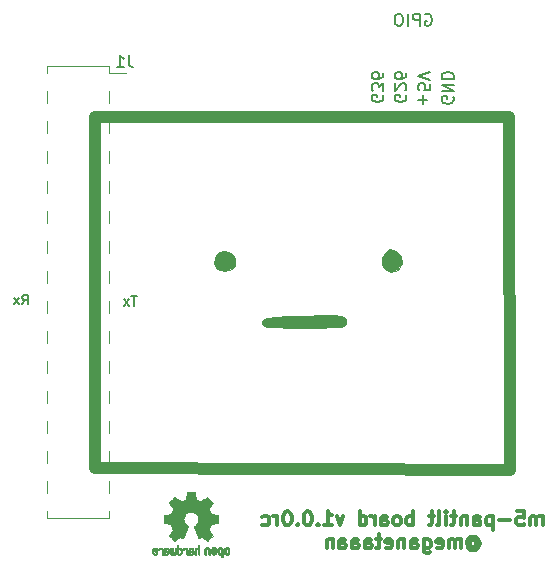
<source format=gbr>
%TF.GenerationSoftware,KiCad,Pcbnew,7.0.7-7.0.7~ubuntu23.04.1*%
%TF.CreationDate,2023-09-19T04:43:30+00:00*%
%TF.ProjectId,m5-pantilt,6d352d70-616e-4746-996c-742e6b696361,1*%
%TF.SameCoordinates,Original*%
%TF.FileFunction,Legend,Bot*%
%TF.FilePolarity,Positive*%
%FSLAX46Y46*%
G04 Gerber Fmt 4.6, Leading zero omitted, Abs format (unit mm)*
G04 Created by KiCad (PCBNEW 7.0.7-7.0.7~ubuntu23.04.1) date 2023-09-19 04:43:30*
%MOMM*%
%LPD*%
G01*
G04 APERTURE LIST*
%ADD10C,1.000000*%
%ADD11C,0.150000*%
%ADD12C,0.300000*%
%ADD13C,0.120000*%
%ADD14C,0.010000*%
G04 APERTURE END LIST*
D10*
X107670800Y-89941600D02*
X107620000Y-60223600D01*
X142773600Y-90043200D02*
X107670800Y-89941600D01*
X142672000Y-60172800D02*
X142773600Y-90043200D01*
X107620000Y-60223600D02*
X142672000Y-60172800D01*
D11*
X101476189Y-76062295D02*
X101742856Y-75681342D01*
X101933332Y-76062295D02*
X101933332Y-75262295D01*
X101933332Y-75262295D02*
X101628570Y-75262295D01*
X101628570Y-75262295D02*
X101552380Y-75300390D01*
X101552380Y-75300390D02*
X101514285Y-75338485D01*
X101514285Y-75338485D02*
X101476189Y-75414676D01*
X101476189Y-75414676D02*
X101476189Y-75528961D01*
X101476189Y-75528961D02*
X101514285Y-75605152D01*
X101514285Y-75605152D02*
X101552380Y-75643247D01*
X101552380Y-75643247D02*
X101628570Y-75681342D01*
X101628570Y-75681342D02*
X101933332Y-75681342D01*
X101209523Y-76062295D02*
X100790475Y-75528961D01*
X101209523Y-75528961D02*
X100790475Y-76062295D01*
X135376133Y-59113220D02*
X135376133Y-58351316D01*
X134995180Y-58732268D02*
X135757085Y-58732268D01*
X135995180Y-57398935D02*
X135995180Y-57875125D01*
X135995180Y-57875125D02*
X135518990Y-57922744D01*
X135518990Y-57922744D02*
X135566609Y-57875125D01*
X135566609Y-57875125D02*
X135614228Y-57779887D01*
X135614228Y-57779887D02*
X135614228Y-57541792D01*
X135614228Y-57541792D02*
X135566609Y-57446554D01*
X135566609Y-57446554D02*
X135518990Y-57398935D01*
X135518990Y-57398935D02*
X135423752Y-57351316D01*
X135423752Y-57351316D02*
X135185657Y-57351316D01*
X135185657Y-57351316D02*
X135090419Y-57398935D01*
X135090419Y-57398935D02*
X135042800Y-57446554D01*
X135042800Y-57446554D02*
X134995180Y-57541792D01*
X134995180Y-57541792D02*
X134995180Y-57779887D01*
X134995180Y-57779887D02*
X135042800Y-57875125D01*
X135042800Y-57875125D02*
X135090419Y-57922744D01*
X135995180Y-57065601D02*
X134995180Y-56732268D01*
X134995180Y-56732268D02*
X135995180Y-56398935D01*
X137947561Y-58489411D02*
X137995180Y-58584649D01*
X137995180Y-58584649D02*
X137995180Y-58727506D01*
X137995180Y-58727506D02*
X137947561Y-58870363D01*
X137947561Y-58870363D02*
X137852323Y-58965601D01*
X137852323Y-58965601D02*
X137757085Y-59013220D01*
X137757085Y-59013220D02*
X137566609Y-59060839D01*
X137566609Y-59060839D02*
X137423752Y-59060839D01*
X137423752Y-59060839D02*
X137233276Y-59013220D01*
X137233276Y-59013220D02*
X137138038Y-58965601D01*
X137138038Y-58965601D02*
X137042800Y-58870363D01*
X137042800Y-58870363D02*
X136995180Y-58727506D01*
X136995180Y-58727506D02*
X136995180Y-58632268D01*
X136995180Y-58632268D02*
X137042800Y-58489411D01*
X137042800Y-58489411D02*
X137090419Y-58441792D01*
X137090419Y-58441792D02*
X137423752Y-58441792D01*
X137423752Y-58441792D02*
X137423752Y-58632268D01*
X136995180Y-58013220D02*
X137995180Y-58013220D01*
X137995180Y-58013220D02*
X136995180Y-57441792D01*
X136995180Y-57441792D02*
X137995180Y-57441792D01*
X136995180Y-56965601D02*
X137995180Y-56965601D01*
X137995180Y-56965601D02*
X137995180Y-56727506D01*
X137995180Y-56727506D02*
X137947561Y-56584649D01*
X137947561Y-56584649D02*
X137852323Y-56489411D01*
X137852323Y-56489411D02*
X137757085Y-56441792D01*
X137757085Y-56441792D02*
X137566609Y-56394173D01*
X137566609Y-56394173D02*
X137423752Y-56394173D01*
X137423752Y-56394173D02*
X137233276Y-56441792D01*
X137233276Y-56441792D02*
X137138038Y-56489411D01*
X137138038Y-56489411D02*
X137042800Y-56584649D01*
X137042800Y-56584649D02*
X136995180Y-56727506D01*
X136995180Y-56727506D02*
X136995180Y-56965601D01*
X133947561Y-58339411D02*
X133995180Y-58434649D01*
X133995180Y-58434649D02*
X133995180Y-58577506D01*
X133995180Y-58577506D02*
X133947561Y-58720363D01*
X133947561Y-58720363D02*
X133852323Y-58815601D01*
X133852323Y-58815601D02*
X133757085Y-58863220D01*
X133757085Y-58863220D02*
X133566609Y-58910839D01*
X133566609Y-58910839D02*
X133423752Y-58910839D01*
X133423752Y-58910839D02*
X133233276Y-58863220D01*
X133233276Y-58863220D02*
X133138038Y-58815601D01*
X133138038Y-58815601D02*
X133042800Y-58720363D01*
X133042800Y-58720363D02*
X132995180Y-58577506D01*
X132995180Y-58577506D02*
X132995180Y-58482268D01*
X132995180Y-58482268D02*
X133042800Y-58339411D01*
X133042800Y-58339411D02*
X133090419Y-58291792D01*
X133090419Y-58291792D02*
X133423752Y-58291792D01*
X133423752Y-58291792D02*
X133423752Y-58482268D01*
X133899942Y-57910839D02*
X133947561Y-57863220D01*
X133947561Y-57863220D02*
X133995180Y-57767982D01*
X133995180Y-57767982D02*
X133995180Y-57529887D01*
X133995180Y-57529887D02*
X133947561Y-57434649D01*
X133947561Y-57434649D02*
X133899942Y-57387030D01*
X133899942Y-57387030D02*
X133804704Y-57339411D01*
X133804704Y-57339411D02*
X133709466Y-57339411D01*
X133709466Y-57339411D02*
X133566609Y-57387030D01*
X133566609Y-57387030D02*
X132995180Y-57958458D01*
X132995180Y-57958458D02*
X132995180Y-57339411D01*
X133995180Y-56482268D02*
X133995180Y-56672744D01*
X133995180Y-56672744D02*
X133947561Y-56767982D01*
X133947561Y-56767982D02*
X133899942Y-56815601D01*
X133899942Y-56815601D02*
X133757085Y-56910839D01*
X133757085Y-56910839D02*
X133566609Y-56958458D01*
X133566609Y-56958458D02*
X133185657Y-56958458D01*
X133185657Y-56958458D02*
X133090419Y-56910839D01*
X133090419Y-56910839D02*
X133042800Y-56863220D01*
X133042800Y-56863220D02*
X132995180Y-56767982D01*
X132995180Y-56767982D02*
X132995180Y-56577506D01*
X132995180Y-56577506D02*
X133042800Y-56482268D01*
X133042800Y-56482268D02*
X133090419Y-56434649D01*
X133090419Y-56434649D02*
X133185657Y-56387030D01*
X133185657Y-56387030D02*
X133423752Y-56387030D01*
X133423752Y-56387030D02*
X133518990Y-56434649D01*
X133518990Y-56434649D02*
X133566609Y-56482268D01*
X133566609Y-56482268D02*
X133614228Y-56577506D01*
X133614228Y-56577506D02*
X133614228Y-56767982D01*
X133614228Y-56767982D02*
X133566609Y-56863220D01*
X133566609Y-56863220D02*
X133518990Y-56910839D01*
X133518990Y-56910839D02*
X133423752Y-56958458D01*
X135599999Y-51502438D02*
X135695237Y-51454819D01*
X135695237Y-51454819D02*
X135838094Y-51454819D01*
X135838094Y-51454819D02*
X135980951Y-51502438D01*
X135980951Y-51502438D02*
X136076189Y-51597676D01*
X136076189Y-51597676D02*
X136123808Y-51692914D01*
X136123808Y-51692914D02*
X136171427Y-51883390D01*
X136171427Y-51883390D02*
X136171427Y-52026247D01*
X136171427Y-52026247D02*
X136123808Y-52216723D01*
X136123808Y-52216723D02*
X136076189Y-52311961D01*
X136076189Y-52311961D02*
X135980951Y-52407200D01*
X135980951Y-52407200D02*
X135838094Y-52454819D01*
X135838094Y-52454819D02*
X135742856Y-52454819D01*
X135742856Y-52454819D02*
X135599999Y-52407200D01*
X135599999Y-52407200D02*
X135552380Y-52359580D01*
X135552380Y-52359580D02*
X135552380Y-52026247D01*
X135552380Y-52026247D02*
X135742856Y-52026247D01*
X135123808Y-52454819D02*
X135123808Y-51454819D01*
X135123808Y-51454819D02*
X134742856Y-51454819D01*
X134742856Y-51454819D02*
X134647618Y-51502438D01*
X134647618Y-51502438D02*
X134599999Y-51550057D01*
X134599999Y-51550057D02*
X134552380Y-51645295D01*
X134552380Y-51645295D02*
X134552380Y-51788152D01*
X134552380Y-51788152D02*
X134599999Y-51883390D01*
X134599999Y-51883390D02*
X134647618Y-51931009D01*
X134647618Y-51931009D02*
X134742856Y-51978628D01*
X134742856Y-51978628D02*
X135123808Y-51978628D01*
X134123808Y-52454819D02*
X134123808Y-51454819D01*
X133457142Y-51454819D02*
X133266666Y-51454819D01*
X133266666Y-51454819D02*
X133171428Y-51502438D01*
X133171428Y-51502438D02*
X133076190Y-51597676D01*
X133076190Y-51597676D02*
X133028571Y-51788152D01*
X133028571Y-51788152D02*
X133028571Y-52121485D01*
X133028571Y-52121485D02*
X133076190Y-52311961D01*
X133076190Y-52311961D02*
X133171428Y-52407200D01*
X133171428Y-52407200D02*
X133266666Y-52454819D01*
X133266666Y-52454819D02*
X133457142Y-52454819D01*
X133457142Y-52454819D02*
X133552380Y-52407200D01*
X133552380Y-52407200D02*
X133647618Y-52311961D01*
X133647618Y-52311961D02*
X133695237Y-52121485D01*
X133695237Y-52121485D02*
X133695237Y-51788152D01*
X133695237Y-51788152D02*
X133647618Y-51597676D01*
X133647618Y-51597676D02*
X133552380Y-51502438D01*
X133552380Y-51502438D02*
X133457142Y-51454819D01*
D12*
X145528569Y-94773542D02*
X145528569Y-93973542D01*
X145528569Y-94087828D02*
X145471426Y-94030685D01*
X145471426Y-94030685D02*
X145357141Y-93973542D01*
X145357141Y-93973542D02*
X145185712Y-93973542D01*
X145185712Y-93973542D02*
X145071426Y-94030685D01*
X145071426Y-94030685D02*
X145014284Y-94144971D01*
X145014284Y-94144971D02*
X145014284Y-94773542D01*
X145014284Y-94144971D02*
X144957141Y-94030685D01*
X144957141Y-94030685D02*
X144842855Y-93973542D01*
X144842855Y-93973542D02*
X144671426Y-93973542D01*
X144671426Y-93973542D02*
X144557141Y-94030685D01*
X144557141Y-94030685D02*
X144499998Y-94144971D01*
X144499998Y-94144971D02*
X144499998Y-94773542D01*
X143357141Y-93573542D02*
X143928569Y-93573542D01*
X143928569Y-93573542D02*
X143985712Y-94144971D01*
X143985712Y-94144971D02*
X143928569Y-94087828D01*
X143928569Y-94087828D02*
X143814284Y-94030685D01*
X143814284Y-94030685D02*
X143528569Y-94030685D01*
X143528569Y-94030685D02*
X143414284Y-94087828D01*
X143414284Y-94087828D02*
X143357141Y-94144971D01*
X143357141Y-94144971D02*
X143299998Y-94259257D01*
X143299998Y-94259257D02*
X143299998Y-94544971D01*
X143299998Y-94544971D02*
X143357141Y-94659257D01*
X143357141Y-94659257D02*
X143414284Y-94716400D01*
X143414284Y-94716400D02*
X143528569Y-94773542D01*
X143528569Y-94773542D02*
X143814284Y-94773542D01*
X143814284Y-94773542D02*
X143928569Y-94716400D01*
X143928569Y-94716400D02*
X143985712Y-94659257D01*
X142785712Y-94316400D02*
X141871427Y-94316400D01*
X141299998Y-93973542D02*
X141299998Y-95173542D01*
X141299998Y-94030685D02*
X141185713Y-93973542D01*
X141185713Y-93973542D02*
X140957141Y-93973542D01*
X140957141Y-93973542D02*
X140842855Y-94030685D01*
X140842855Y-94030685D02*
X140785713Y-94087828D01*
X140785713Y-94087828D02*
X140728570Y-94202114D01*
X140728570Y-94202114D02*
X140728570Y-94544971D01*
X140728570Y-94544971D02*
X140785713Y-94659257D01*
X140785713Y-94659257D02*
X140842855Y-94716400D01*
X140842855Y-94716400D02*
X140957141Y-94773542D01*
X140957141Y-94773542D02*
X141185713Y-94773542D01*
X141185713Y-94773542D02*
X141299998Y-94716400D01*
X139699999Y-94773542D02*
X139699999Y-94144971D01*
X139699999Y-94144971D02*
X139757141Y-94030685D01*
X139757141Y-94030685D02*
X139871427Y-93973542D01*
X139871427Y-93973542D02*
X140099999Y-93973542D01*
X140099999Y-93973542D02*
X140214284Y-94030685D01*
X139699999Y-94716400D02*
X139814284Y-94773542D01*
X139814284Y-94773542D02*
X140099999Y-94773542D01*
X140099999Y-94773542D02*
X140214284Y-94716400D01*
X140214284Y-94716400D02*
X140271427Y-94602114D01*
X140271427Y-94602114D02*
X140271427Y-94487828D01*
X140271427Y-94487828D02*
X140214284Y-94373542D01*
X140214284Y-94373542D02*
X140099999Y-94316400D01*
X140099999Y-94316400D02*
X139814284Y-94316400D01*
X139814284Y-94316400D02*
X139699999Y-94259257D01*
X139128570Y-93973542D02*
X139128570Y-94773542D01*
X139128570Y-94087828D02*
X139071427Y-94030685D01*
X139071427Y-94030685D02*
X138957142Y-93973542D01*
X138957142Y-93973542D02*
X138785713Y-93973542D01*
X138785713Y-93973542D02*
X138671427Y-94030685D01*
X138671427Y-94030685D02*
X138614285Y-94144971D01*
X138614285Y-94144971D02*
X138614285Y-94773542D01*
X138214285Y-93973542D02*
X137757142Y-93973542D01*
X138042856Y-93573542D02*
X138042856Y-94602114D01*
X138042856Y-94602114D02*
X137985713Y-94716400D01*
X137985713Y-94716400D02*
X137871428Y-94773542D01*
X137871428Y-94773542D02*
X137757142Y-94773542D01*
X137357142Y-94773542D02*
X137357142Y-93973542D01*
X137357142Y-93573542D02*
X137414285Y-93630685D01*
X137414285Y-93630685D02*
X137357142Y-93687828D01*
X137357142Y-93687828D02*
X137299999Y-93630685D01*
X137299999Y-93630685D02*
X137357142Y-93573542D01*
X137357142Y-93573542D02*
X137357142Y-93687828D01*
X136614285Y-94773542D02*
X136728570Y-94716400D01*
X136728570Y-94716400D02*
X136785713Y-94602114D01*
X136785713Y-94602114D02*
X136785713Y-93573542D01*
X136328571Y-93973542D02*
X135871428Y-93973542D01*
X136157142Y-93573542D02*
X136157142Y-94602114D01*
X136157142Y-94602114D02*
X136099999Y-94716400D01*
X136099999Y-94716400D02*
X135985714Y-94773542D01*
X135985714Y-94773542D02*
X135871428Y-94773542D01*
X134557142Y-94773542D02*
X134557142Y-93573542D01*
X134557142Y-94030685D02*
X134442857Y-93973542D01*
X134442857Y-93973542D02*
X134214285Y-93973542D01*
X134214285Y-93973542D02*
X134099999Y-94030685D01*
X134099999Y-94030685D02*
X134042857Y-94087828D01*
X134042857Y-94087828D02*
X133985714Y-94202114D01*
X133985714Y-94202114D02*
X133985714Y-94544971D01*
X133985714Y-94544971D02*
X134042857Y-94659257D01*
X134042857Y-94659257D02*
X134099999Y-94716400D01*
X134099999Y-94716400D02*
X134214285Y-94773542D01*
X134214285Y-94773542D02*
X134442857Y-94773542D01*
X134442857Y-94773542D02*
X134557142Y-94716400D01*
X133300000Y-94773542D02*
X133414285Y-94716400D01*
X133414285Y-94716400D02*
X133471428Y-94659257D01*
X133471428Y-94659257D02*
X133528571Y-94544971D01*
X133528571Y-94544971D02*
X133528571Y-94202114D01*
X133528571Y-94202114D02*
X133471428Y-94087828D01*
X133471428Y-94087828D02*
X133414285Y-94030685D01*
X133414285Y-94030685D02*
X133300000Y-93973542D01*
X133300000Y-93973542D02*
X133128571Y-93973542D01*
X133128571Y-93973542D02*
X133014285Y-94030685D01*
X133014285Y-94030685D02*
X132957143Y-94087828D01*
X132957143Y-94087828D02*
X132900000Y-94202114D01*
X132900000Y-94202114D02*
X132900000Y-94544971D01*
X132900000Y-94544971D02*
X132957143Y-94659257D01*
X132957143Y-94659257D02*
X133014285Y-94716400D01*
X133014285Y-94716400D02*
X133128571Y-94773542D01*
X133128571Y-94773542D02*
X133300000Y-94773542D01*
X131871429Y-94773542D02*
X131871429Y-94144971D01*
X131871429Y-94144971D02*
X131928571Y-94030685D01*
X131928571Y-94030685D02*
X132042857Y-93973542D01*
X132042857Y-93973542D02*
X132271429Y-93973542D01*
X132271429Y-93973542D02*
X132385714Y-94030685D01*
X131871429Y-94716400D02*
X131985714Y-94773542D01*
X131985714Y-94773542D02*
X132271429Y-94773542D01*
X132271429Y-94773542D02*
X132385714Y-94716400D01*
X132385714Y-94716400D02*
X132442857Y-94602114D01*
X132442857Y-94602114D02*
X132442857Y-94487828D01*
X132442857Y-94487828D02*
X132385714Y-94373542D01*
X132385714Y-94373542D02*
X132271429Y-94316400D01*
X132271429Y-94316400D02*
X131985714Y-94316400D01*
X131985714Y-94316400D02*
X131871429Y-94259257D01*
X131300000Y-94773542D02*
X131300000Y-93973542D01*
X131300000Y-94202114D02*
X131242857Y-94087828D01*
X131242857Y-94087828D02*
X131185715Y-94030685D01*
X131185715Y-94030685D02*
X131071429Y-93973542D01*
X131071429Y-93973542D02*
X130957143Y-93973542D01*
X130042858Y-94773542D02*
X130042858Y-93573542D01*
X130042858Y-94716400D02*
X130157143Y-94773542D01*
X130157143Y-94773542D02*
X130385715Y-94773542D01*
X130385715Y-94773542D02*
X130500000Y-94716400D01*
X130500000Y-94716400D02*
X130557143Y-94659257D01*
X130557143Y-94659257D02*
X130614286Y-94544971D01*
X130614286Y-94544971D02*
X130614286Y-94202114D01*
X130614286Y-94202114D02*
X130557143Y-94087828D01*
X130557143Y-94087828D02*
X130500000Y-94030685D01*
X130500000Y-94030685D02*
X130385715Y-93973542D01*
X130385715Y-93973542D02*
X130157143Y-93973542D01*
X130157143Y-93973542D02*
X130042858Y-94030685D01*
X128671429Y-93973542D02*
X128385715Y-94773542D01*
X128385715Y-94773542D02*
X128100000Y-93973542D01*
X127014286Y-94773542D02*
X127700000Y-94773542D01*
X127357143Y-94773542D02*
X127357143Y-93573542D01*
X127357143Y-93573542D02*
X127471429Y-93744971D01*
X127471429Y-93744971D02*
X127585714Y-93859257D01*
X127585714Y-93859257D02*
X127700000Y-93916400D01*
X126500000Y-94659257D02*
X126442857Y-94716400D01*
X126442857Y-94716400D02*
X126500000Y-94773542D01*
X126500000Y-94773542D02*
X126557143Y-94716400D01*
X126557143Y-94716400D02*
X126500000Y-94659257D01*
X126500000Y-94659257D02*
X126500000Y-94773542D01*
X125700000Y-93573542D02*
X125585714Y-93573542D01*
X125585714Y-93573542D02*
X125471428Y-93630685D01*
X125471428Y-93630685D02*
X125414286Y-93687828D01*
X125414286Y-93687828D02*
X125357143Y-93802114D01*
X125357143Y-93802114D02*
X125300000Y-94030685D01*
X125300000Y-94030685D02*
X125300000Y-94316400D01*
X125300000Y-94316400D02*
X125357143Y-94544971D01*
X125357143Y-94544971D02*
X125414286Y-94659257D01*
X125414286Y-94659257D02*
X125471428Y-94716400D01*
X125471428Y-94716400D02*
X125585714Y-94773542D01*
X125585714Y-94773542D02*
X125700000Y-94773542D01*
X125700000Y-94773542D02*
X125814286Y-94716400D01*
X125814286Y-94716400D02*
X125871428Y-94659257D01*
X125871428Y-94659257D02*
X125928571Y-94544971D01*
X125928571Y-94544971D02*
X125985714Y-94316400D01*
X125985714Y-94316400D02*
X125985714Y-94030685D01*
X125985714Y-94030685D02*
X125928571Y-93802114D01*
X125928571Y-93802114D02*
X125871428Y-93687828D01*
X125871428Y-93687828D02*
X125814286Y-93630685D01*
X125814286Y-93630685D02*
X125700000Y-93573542D01*
X124785714Y-94659257D02*
X124728571Y-94716400D01*
X124728571Y-94716400D02*
X124785714Y-94773542D01*
X124785714Y-94773542D02*
X124842857Y-94716400D01*
X124842857Y-94716400D02*
X124785714Y-94659257D01*
X124785714Y-94659257D02*
X124785714Y-94773542D01*
X123985714Y-93573542D02*
X123871428Y-93573542D01*
X123871428Y-93573542D02*
X123757142Y-93630685D01*
X123757142Y-93630685D02*
X123700000Y-93687828D01*
X123700000Y-93687828D02*
X123642857Y-93802114D01*
X123642857Y-93802114D02*
X123585714Y-94030685D01*
X123585714Y-94030685D02*
X123585714Y-94316400D01*
X123585714Y-94316400D02*
X123642857Y-94544971D01*
X123642857Y-94544971D02*
X123700000Y-94659257D01*
X123700000Y-94659257D02*
X123757142Y-94716400D01*
X123757142Y-94716400D02*
X123871428Y-94773542D01*
X123871428Y-94773542D02*
X123985714Y-94773542D01*
X123985714Y-94773542D02*
X124100000Y-94716400D01*
X124100000Y-94716400D02*
X124157142Y-94659257D01*
X124157142Y-94659257D02*
X124214285Y-94544971D01*
X124214285Y-94544971D02*
X124271428Y-94316400D01*
X124271428Y-94316400D02*
X124271428Y-94030685D01*
X124271428Y-94030685D02*
X124214285Y-93802114D01*
X124214285Y-93802114D02*
X124157142Y-93687828D01*
X124157142Y-93687828D02*
X124100000Y-93630685D01*
X124100000Y-93630685D02*
X123985714Y-93573542D01*
X123071428Y-94773542D02*
X123071428Y-93973542D01*
X123071428Y-94202114D02*
X123014285Y-94087828D01*
X123014285Y-94087828D02*
X122957143Y-94030685D01*
X122957143Y-94030685D02*
X122842857Y-93973542D01*
X122842857Y-93973542D02*
X122728571Y-93973542D01*
X121814286Y-94716400D02*
X121928571Y-94773542D01*
X121928571Y-94773542D02*
X122157143Y-94773542D01*
X122157143Y-94773542D02*
X122271428Y-94716400D01*
X122271428Y-94716400D02*
X122328571Y-94659257D01*
X122328571Y-94659257D02*
X122385714Y-94544971D01*
X122385714Y-94544971D02*
X122385714Y-94202114D01*
X122385714Y-94202114D02*
X122328571Y-94087828D01*
X122328571Y-94087828D02*
X122271428Y-94030685D01*
X122271428Y-94030685D02*
X122157143Y-93973542D01*
X122157143Y-93973542D02*
X121928571Y-93973542D01*
X121928571Y-93973542D02*
X121814286Y-94030685D01*
X139414283Y-96134114D02*
X139471426Y-96076971D01*
X139471426Y-96076971D02*
X139585712Y-96019828D01*
X139585712Y-96019828D02*
X139699997Y-96019828D01*
X139699997Y-96019828D02*
X139814283Y-96076971D01*
X139814283Y-96076971D02*
X139871426Y-96134114D01*
X139871426Y-96134114D02*
X139928569Y-96248400D01*
X139928569Y-96248400D02*
X139928569Y-96362685D01*
X139928569Y-96362685D02*
X139871426Y-96476971D01*
X139871426Y-96476971D02*
X139814283Y-96534114D01*
X139814283Y-96534114D02*
X139699997Y-96591257D01*
X139699997Y-96591257D02*
X139585712Y-96591257D01*
X139585712Y-96591257D02*
X139471426Y-96534114D01*
X139471426Y-96534114D02*
X139414283Y-96476971D01*
X139414283Y-96019828D02*
X139414283Y-96476971D01*
X139414283Y-96476971D02*
X139357140Y-96534114D01*
X139357140Y-96534114D02*
X139299997Y-96534114D01*
X139299997Y-96534114D02*
X139185712Y-96476971D01*
X139185712Y-96476971D02*
X139128569Y-96362685D01*
X139128569Y-96362685D02*
X139128569Y-96076971D01*
X139128569Y-96076971D02*
X139242855Y-95905542D01*
X139242855Y-95905542D02*
X139414283Y-95791257D01*
X139414283Y-95791257D02*
X139642855Y-95734114D01*
X139642855Y-95734114D02*
X139871426Y-95791257D01*
X139871426Y-95791257D02*
X140042855Y-95905542D01*
X140042855Y-95905542D02*
X140157140Y-96076971D01*
X140157140Y-96076971D02*
X140214283Y-96305542D01*
X140214283Y-96305542D02*
X140157140Y-96534114D01*
X140157140Y-96534114D02*
X140042855Y-96705542D01*
X140042855Y-96705542D02*
X139871426Y-96819828D01*
X139871426Y-96819828D02*
X139642855Y-96876971D01*
X139642855Y-96876971D02*
X139414283Y-96819828D01*
X139414283Y-96819828D02*
X139242855Y-96705542D01*
X138614283Y-96705542D02*
X138614283Y-95905542D01*
X138614283Y-96019828D02*
X138557140Y-95962685D01*
X138557140Y-95962685D02*
X138442855Y-95905542D01*
X138442855Y-95905542D02*
X138271426Y-95905542D01*
X138271426Y-95905542D02*
X138157140Y-95962685D01*
X138157140Y-95962685D02*
X138099998Y-96076971D01*
X138099998Y-96076971D02*
X138099998Y-96705542D01*
X138099998Y-96076971D02*
X138042855Y-95962685D01*
X138042855Y-95962685D02*
X137928569Y-95905542D01*
X137928569Y-95905542D02*
X137757140Y-95905542D01*
X137757140Y-95905542D02*
X137642855Y-95962685D01*
X137642855Y-95962685D02*
X137585712Y-96076971D01*
X137585712Y-96076971D02*
X137585712Y-96705542D01*
X136557140Y-96648400D02*
X136671426Y-96705542D01*
X136671426Y-96705542D02*
X136899998Y-96705542D01*
X136899998Y-96705542D02*
X137014283Y-96648400D01*
X137014283Y-96648400D02*
X137071426Y-96534114D01*
X137071426Y-96534114D02*
X137071426Y-96076971D01*
X137071426Y-96076971D02*
X137014283Y-95962685D01*
X137014283Y-95962685D02*
X136899998Y-95905542D01*
X136899998Y-95905542D02*
X136671426Y-95905542D01*
X136671426Y-95905542D02*
X136557140Y-95962685D01*
X136557140Y-95962685D02*
X136499998Y-96076971D01*
X136499998Y-96076971D02*
X136499998Y-96191257D01*
X136499998Y-96191257D02*
X137071426Y-96305542D01*
X135471427Y-95905542D02*
X135471427Y-96876971D01*
X135471427Y-96876971D02*
X135528569Y-96991257D01*
X135528569Y-96991257D02*
X135585712Y-97048400D01*
X135585712Y-97048400D02*
X135699998Y-97105542D01*
X135699998Y-97105542D02*
X135871427Y-97105542D01*
X135871427Y-97105542D02*
X135985712Y-97048400D01*
X135471427Y-96648400D02*
X135585712Y-96705542D01*
X135585712Y-96705542D02*
X135814284Y-96705542D01*
X135814284Y-96705542D02*
X135928569Y-96648400D01*
X135928569Y-96648400D02*
X135985712Y-96591257D01*
X135985712Y-96591257D02*
X136042855Y-96476971D01*
X136042855Y-96476971D02*
X136042855Y-96134114D01*
X136042855Y-96134114D02*
X135985712Y-96019828D01*
X135985712Y-96019828D02*
X135928569Y-95962685D01*
X135928569Y-95962685D02*
X135814284Y-95905542D01*
X135814284Y-95905542D02*
X135585712Y-95905542D01*
X135585712Y-95905542D02*
X135471427Y-95962685D01*
X134385713Y-96705542D02*
X134385713Y-96076971D01*
X134385713Y-96076971D02*
X134442855Y-95962685D01*
X134442855Y-95962685D02*
X134557141Y-95905542D01*
X134557141Y-95905542D02*
X134785713Y-95905542D01*
X134785713Y-95905542D02*
X134899998Y-95962685D01*
X134385713Y-96648400D02*
X134499998Y-96705542D01*
X134499998Y-96705542D02*
X134785713Y-96705542D01*
X134785713Y-96705542D02*
X134899998Y-96648400D01*
X134899998Y-96648400D02*
X134957141Y-96534114D01*
X134957141Y-96534114D02*
X134957141Y-96419828D01*
X134957141Y-96419828D02*
X134899998Y-96305542D01*
X134899998Y-96305542D02*
X134785713Y-96248400D01*
X134785713Y-96248400D02*
X134499998Y-96248400D01*
X134499998Y-96248400D02*
X134385713Y-96191257D01*
X133814284Y-95905542D02*
X133814284Y-96705542D01*
X133814284Y-96019828D02*
X133757141Y-95962685D01*
X133757141Y-95962685D02*
X133642856Y-95905542D01*
X133642856Y-95905542D02*
X133471427Y-95905542D01*
X133471427Y-95905542D02*
X133357141Y-95962685D01*
X133357141Y-95962685D02*
X133299999Y-96076971D01*
X133299999Y-96076971D02*
X133299999Y-96705542D01*
X132271427Y-96648400D02*
X132385713Y-96705542D01*
X132385713Y-96705542D02*
X132614285Y-96705542D01*
X132614285Y-96705542D02*
X132728570Y-96648400D01*
X132728570Y-96648400D02*
X132785713Y-96534114D01*
X132785713Y-96534114D02*
X132785713Y-96076971D01*
X132785713Y-96076971D02*
X132728570Y-95962685D01*
X132728570Y-95962685D02*
X132614285Y-95905542D01*
X132614285Y-95905542D02*
X132385713Y-95905542D01*
X132385713Y-95905542D02*
X132271427Y-95962685D01*
X132271427Y-95962685D02*
X132214285Y-96076971D01*
X132214285Y-96076971D02*
X132214285Y-96191257D01*
X132214285Y-96191257D02*
X132785713Y-96305542D01*
X131871428Y-95905542D02*
X131414285Y-95905542D01*
X131699999Y-95505542D02*
X131699999Y-96534114D01*
X131699999Y-96534114D02*
X131642856Y-96648400D01*
X131642856Y-96648400D02*
X131528571Y-96705542D01*
X131528571Y-96705542D02*
X131414285Y-96705542D01*
X130500000Y-96705542D02*
X130500000Y-96076971D01*
X130500000Y-96076971D02*
X130557142Y-95962685D01*
X130557142Y-95962685D02*
X130671428Y-95905542D01*
X130671428Y-95905542D02*
X130900000Y-95905542D01*
X130900000Y-95905542D02*
X131014285Y-95962685D01*
X130500000Y-96648400D02*
X130614285Y-96705542D01*
X130614285Y-96705542D02*
X130900000Y-96705542D01*
X130900000Y-96705542D02*
X131014285Y-96648400D01*
X131014285Y-96648400D02*
X131071428Y-96534114D01*
X131071428Y-96534114D02*
X131071428Y-96419828D01*
X131071428Y-96419828D02*
X131014285Y-96305542D01*
X131014285Y-96305542D02*
X130900000Y-96248400D01*
X130900000Y-96248400D02*
X130614285Y-96248400D01*
X130614285Y-96248400D02*
X130500000Y-96191257D01*
X129414286Y-96705542D02*
X129414286Y-96076971D01*
X129414286Y-96076971D02*
X129471428Y-95962685D01*
X129471428Y-95962685D02*
X129585714Y-95905542D01*
X129585714Y-95905542D02*
X129814286Y-95905542D01*
X129814286Y-95905542D02*
X129928571Y-95962685D01*
X129414286Y-96648400D02*
X129528571Y-96705542D01*
X129528571Y-96705542D02*
X129814286Y-96705542D01*
X129814286Y-96705542D02*
X129928571Y-96648400D01*
X129928571Y-96648400D02*
X129985714Y-96534114D01*
X129985714Y-96534114D02*
X129985714Y-96419828D01*
X129985714Y-96419828D02*
X129928571Y-96305542D01*
X129928571Y-96305542D02*
X129814286Y-96248400D01*
X129814286Y-96248400D02*
X129528571Y-96248400D01*
X129528571Y-96248400D02*
X129414286Y-96191257D01*
X128328572Y-96705542D02*
X128328572Y-96076971D01*
X128328572Y-96076971D02*
X128385714Y-95962685D01*
X128385714Y-95962685D02*
X128500000Y-95905542D01*
X128500000Y-95905542D02*
X128728572Y-95905542D01*
X128728572Y-95905542D02*
X128842857Y-95962685D01*
X128328572Y-96648400D02*
X128442857Y-96705542D01*
X128442857Y-96705542D02*
X128728572Y-96705542D01*
X128728572Y-96705542D02*
X128842857Y-96648400D01*
X128842857Y-96648400D02*
X128900000Y-96534114D01*
X128900000Y-96534114D02*
X128900000Y-96419828D01*
X128900000Y-96419828D02*
X128842857Y-96305542D01*
X128842857Y-96305542D02*
X128728572Y-96248400D01*
X128728572Y-96248400D02*
X128442857Y-96248400D01*
X128442857Y-96248400D02*
X128328572Y-96191257D01*
X127757143Y-95905542D02*
X127757143Y-96705542D01*
X127757143Y-96019828D02*
X127700000Y-95962685D01*
X127700000Y-95962685D02*
X127585715Y-95905542D01*
X127585715Y-95905542D02*
X127414286Y-95905542D01*
X127414286Y-95905542D02*
X127300000Y-95962685D01*
X127300000Y-95962685D02*
X127242858Y-96076971D01*
X127242858Y-96076971D02*
X127242858Y-96705542D01*
D11*
X131997561Y-58339411D02*
X132045180Y-58434649D01*
X132045180Y-58434649D02*
X132045180Y-58577506D01*
X132045180Y-58577506D02*
X131997561Y-58720363D01*
X131997561Y-58720363D02*
X131902323Y-58815601D01*
X131902323Y-58815601D02*
X131807085Y-58863220D01*
X131807085Y-58863220D02*
X131616609Y-58910839D01*
X131616609Y-58910839D02*
X131473752Y-58910839D01*
X131473752Y-58910839D02*
X131283276Y-58863220D01*
X131283276Y-58863220D02*
X131188038Y-58815601D01*
X131188038Y-58815601D02*
X131092800Y-58720363D01*
X131092800Y-58720363D02*
X131045180Y-58577506D01*
X131045180Y-58577506D02*
X131045180Y-58482268D01*
X131045180Y-58482268D02*
X131092800Y-58339411D01*
X131092800Y-58339411D02*
X131140419Y-58291792D01*
X131140419Y-58291792D02*
X131473752Y-58291792D01*
X131473752Y-58291792D02*
X131473752Y-58482268D01*
X132045180Y-57958458D02*
X132045180Y-57339411D01*
X132045180Y-57339411D02*
X131664228Y-57672744D01*
X131664228Y-57672744D02*
X131664228Y-57529887D01*
X131664228Y-57529887D02*
X131616609Y-57434649D01*
X131616609Y-57434649D02*
X131568990Y-57387030D01*
X131568990Y-57387030D02*
X131473752Y-57339411D01*
X131473752Y-57339411D02*
X131235657Y-57339411D01*
X131235657Y-57339411D02*
X131140419Y-57387030D01*
X131140419Y-57387030D02*
X131092800Y-57434649D01*
X131092800Y-57434649D02*
X131045180Y-57529887D01*
X131045180Y-57529887D02*
X131045180Y-57815601D01*
X131045180Y-57815601D02*
X131092800Y-57910839D01*
X131092800Y-57910839D02*
X131140419Y-57958458D01*
X132045180Y-56482268D02*
X132045180Y-56672744D01*
X132045180Y-56672744D02*
X131997561Y-56767982D01*
X131997561Y-56767982D02*
X131949942Y-56815601D01*
X131949942Y-56815601D02*
X131807085Y-56910839D01*
X131807085Y-56910839D02*
X131616609Y-56958458D01*
X131616609Y-56958458D02*
X131235657Y-56958458D01*
X131235657Y-56958458D02*
X131140419Y-56910839D01*
X131140419Y-56910839D02*
X131092800Y-56863220D01*
X131092800Y-56863220D02*
X131045180Y-56767982D01*
X131045180Y-56767982D02*
X131045180Y-56577506D01*
X131045180Y-56577506D02*
X131092800Y-56482268D01*
X131092800Y-56482268D02*
X131140419Y-56434649D01*
X131140419Y-56434649D02*
X131235657Y-56387030D01*
X131235657Y-56387030D02*
X131473752Y-56387030D01*
X131473752Y-56387030D02*
X131568990Y-56434649D01*
X131568990Y-56434649D02*
X131616609Y-56482268D01*
X131616609Y-56482268D02*
X131664228Y-56577506D01*
X131664228Y-56577506D02*
X131664228Y-56767982D01*
X131664228Y-56767982D02*
X131616609Y-56863220D01*
X131616609Y-56863220D02*
X131568990Y-56910839D01*
X131568990Y-56910839D02*
X131473752Y-56958458D01*
X111152380Y-75362295D02*
X110695237Y-75362295D01*
X110923809Y-76162295D02*
X110923809Y-75362295D01*
X110504761Y-76162295D02*
X110085713Y-75628961D01*
X110504761Y-75628961D02*
X110085713Y-76162295D01*
X110493333Y-54954019D02*
X110493333Y-55668304D01*
X110493333Y-55668304D02*
X110540952Y-55811161D01*
X110540952Y-55811161D02*
X110636190Y-55906400D01*
X110636190Y-55906400D02*
X110779047Y-55954019D01*
X110779047Y-55954019D02*
X110874285Y-55954019D01*
X109493333Y-55954019D02*
X110064761Y-55954019D01*
X109779047Y-55954019D02*
X109779047Y-54954019D01*
X109779047Y-54954019D02*
X109874285Y-55096876D01*
X109874285Y-55096876D02*
X109969523Y-55192114D01*
X109969523Y-55192114D02*
X110064761Y-55239733D01*
D13*
%TO.C,J1*%
X110240000Y-56460000D02*
X108800000Y-56460000D01*
X108800000Y-94110000D02*
X103600000Y-94110000D01*
X108800000Y-93540000D02*
X108800000Y-94110000D01*
X108800000Y-91000000D02*
X108800000Y-92020000D01*
X108800000Y-88460000D02*
X108800000Y-89480000D01*
X108800000Y-85920000D02*
X108800000Y-86940000D01*
X108800000Y-83380000D02*
X108800000Y-84400000D01*
X108800000Y-80840000D02*
X108800000Y-81860000D01*
X108800000Y-78300000D02*
X108800000Y-79320000D01*
X108800000Y-75760000D02*
X108800000Y-76780000D01*
X108800000Y-73220000D02*
X108800000Y-74240000D01*
X108800000Y-70680000D02*
X108800000Y-71700000D01*
X108800000Y-68140000D02*
X108800000Y-69160000D01*
X108800000Y-65600000D02*
X108800000Y-66620000D01*
X108800000Y-63060000D02*
X108800000Y-64080000D01*
X108800000Y-60520000D02*
X108800000Y-61540000D01*
X108800000Y-57980000D02*
X108800000Y-59000000D01*
X108800000Y-55890000D02*
X108800000Y-56460000D01*
X108800000Y-55890000D02*
X103600000Y-55890000D01*
X103600000Y-93540000D02*
X103600000Y-94110000D01*
X103600000Y-91000000D02*
X103600000Y-92020000D01*
X103600000Y-88460000D02*
X103600000Y-89480000D01*
X103600000Y-85920000D02*
X103600000Y-86940000D01*
X103600000Y-83380000D02*
X103600000Y-84400000D01*
X103600000Y-80840000D02*
X103600000Y-81860000D01*
X103600000Y-78300000D02*
X103600000Y-79320000D01*
X103600000Y-75760000D02*
X103600000Y-76780000D01*
X103600000Y-73220000D02*
X103600000Y-74240000D01*
X103600000Y-70680000D02*
X103600000Y-71700000D01*
X103600000Y-68140000D02*
X103600000Y-69160000D01*
X103600000Y-65600000D02*
X103600000Y-66620000D01*
X103600000Y-63060000D02*
X103600000Y-64080000D01*
X103600000Y-60520000D02*
X103600000Y-61540000D01*
X103600000Y-57980000D02*
X103600000Y-59000000D01*
X103600000Y-55890000D02*
X103600000Y-56460000D01*
%TO.C,LOGO*%
D14*
X133146685Y-71518625D02*
X133574801Y-71980693D01*
X133661645Y-72592955D01*
X133316939Y-73117483D01*
X132736981Y-73321172D01*
X132239118Y-73137436D01*
X131933362Y-72694573D01*
X131914605Y-72132104D01*
X132277738Y-71589547D01*
X132620489Y-71396637D01*
X133146685Y-71518625D01*
G36*
X133146685Y-71518625D02*
G01*
X133574801Y-71980693D01*
X133661645Y-72592955D01*
X133316939Y-73117483D01*
X132736981Y-73321172D01*
X132239118Y-73137436D01*
X131933362Y-72694573D01*
X131914605Y-72132104D01*
X132277738Y-71589547D01*
X132620489Y-71396637D01*
X133146685Y-71518625D01*
G37*
X119173307Y-71707297D02*
X119497827Y-72161358D01*
X119472584Y-72774963D01*
X119211704Y-73055476D01*
X118619537Y-73212357D01*
X117997754Y-73024905D01*
X117710943Y-72538370D01*
X117870862Y-71906016D01*
X118130009Y-71633164D01*
X118662782Y-71501619D01*
X119173307Y-71707297D01*
G36*
X119173307Y-71707297D02*
G01*
X119497827Y-72161358D01*
X119472584Y-72774963D01*
X119211704Y-73055476D01*
X118619537Y-73212357D01*
X117997754Y-73024905D01*
X117710943Y-72538370D01*
X117870862Y-71906016D01*
X118130009Y-71633164D01*
X118662782Y-71501619D01*
X119173307Y-71707297D01*
G37*
X127831728Y-76988773D02*
X128431764Y-77027735D01*
X128755633Y-77115554D01*
X128887922Y-77263412D01*
X128913221Y-77482492D01*
X128913101Y-77505579D01*
X128879603Y-77716301D01*
X128728916Y-77860717D01*
X128377533Y-77951311D01*
X127741948Y-78000565D01*
X126738653Y-78020964D01*
X125284143Y-78024989D01*
X124072278Y-78021710D01*
X122986885Y-78002754D01*
X122291558Y-77957406D01*
X121906180Y-77875074D01*
X121750636Y-77745167D01*
X121744812Y-77557094D01*
X121776879Y-77452672D01*
X121934958Y-77289927D01*
X122289007Y-77177408D01*
X122923717Y-77102453D01*
X123923781Y-77052403D01*
X125373890Y-77014597D01*
X125464797Y-77012686D01*
X126870936Y-76987484D01*
X127831728Y-76988773D01*
G36*
X127831728Y-76988773D02*
G01*
X128431764Y-77027735D01*
X128755633Y-77115554D01*
X128887922Y-77263412D01*
X128913221Y-77482492D01*
X128913101Y-77505579D01*
X128879603Y-77716301D01*
X128728916Y-77860717D01*
X128377533Y-77951311D01*
X127741948Y-78000565D01*
X126738653Y-78020964D01*
X125284143Y-78024989D01*
X124072278Y-78021710D01*
X122986885Y-78002754D01*
X122291558Y-77957406D01*
X121906180Y-77875074D01*
X121750636Y-77745167D01*
X121744812Y-77557094D01*
X121776879Y-77452672D01*
X121934958Y-77289927D01*
X122289007Y-77177408D01*
X122923717Y-77102453D01*
X123923781Y-77052403D01*
X125373890Y-77014597D01*
X125464797Y-77012686D01*
X126870936Y-76987484D01*
X127831728Y-76988773D01*
G37*
%TO.C,REF\u002A\u002A*%
X113232829Y-96651097D02*
X113292753Y-96673355D01*
X113317673Y-96690080D01*
X113342910Y-96714043D01*
X113360912Y-96744526D01*
X113372858Y-96786023D01*
X113379930Y-96843032D01*
X113383308Y-96920047D01*
X113384171Y-97021565D01*
X113384002Y-97074027D01*
X113383153Y-97145715D01*
X113381711Y-97202925D01*
X113379814Y-97240809D01*
X113377597Y-97254514D01*
X113363172Y-97249981D01*
X113334054Y-97237670D01*
X113333181Y-97237272D01*
X113318060Y-97229356D01*
X113307891Y-97218495D01*
X113301691Y-97199471D01*
X113298478Y-97167069D01*
X113297270Y-97116071D01*
X113297086Y-97041261D01*
X113296714Y-96993804D01*
X113292750Y-96904615D01*
X113283673Y-96839287D01*
X113268524Y-96794393D01*
X113246345Y-96766507D01*
X113216175Y-96752203D01*
X113211990Y-96751206D01*
X113155480Y-96750427D01*
X113111410Y-96775744D01*
X113080972Y-96826502D01*
X113075544Y-96841175D01*
X113063171Y-96873649D01*
X113056905Y-96888572D01*
X113044036Y-96886516D01*
X113015933Y-96875357D01*
X112989721Y-96856927D01*
X112977771Y-96822098D01*
X112981336Y-96797151D01*
X113003235Y-96746547D01*
X113038644Y-96699128D01*
X113080052Y-96666334D01*
X113097400Y-96658752D01*
X113163089Y-96646076D01*
X113232829Y-96651097D01*
G36*
X113232829Y-96651097D02*
G01*
X113292753Y-96673355D01*
X113317673Y-96690080D01*
X113342910Y-96714043D01*
X113360912Y-96744526D01*
X113372858Y-96786023D01*
X113379930Y-96843032D01*
X113383308Y-96920047D01*
X113384171Y-97021565D01*
X113384002Y-97074027D01*
X113383153Y-97145715D01*
X113381711Y-97202925D01*
X113379814Y-97240809D01*
X113377597Y-97254514D01*
X113363172Y-97249981D01*
X113334054Y-97237670D01*
X113333181Y-97237272D01*
X113318060Y-97229356D01*
X113307891Y-97218495D01*
X113301691Y-97199471D01*
X113298478Y-97167069D01*
X113297270Y-97116071D01*
X113297086Y-97041261D01*
X113296714Y-96993804D01*
X113292750Y-96904615D01*
X113283673Y-96839287D01*
X113268524Y-96794393D01*
X113246345Y-96766507D01*
X113216175Y-96752203D01*
X113211990Y-96751206D01*
X113155480Y-96750427D01*
X113111410Y-96775744D01*
X113080972Y-96826502D01*
X113075544Y-96841175D01*
X113063171Y-96873649D01*
X113056905Y-96888572D01*
X113044036Y-96886516D01*
X113015933Y-96875357D01*
X112989721Y-96856927D01*
X112977771Y-96822098D01*
X112981336Y-96797151D01*
X113003235Y-96746547D01*
X113038644Y-96699128D01*
X113080052Y-96666334D01*
X113097400Y-96658752D01*
X113163089Y-96646076D01*
X113232829Y-96651097D01*
G37*
X117181020Y-96617822D02*
X117248810Y-96649680D01*
X117304366Y-96704770D01*
X117315881Y-96722016D01*
X117325432Y-96741562D01*
X117332206Y-96766198D01*
X117336819Y-96800711D01*
X117339888Y-96849889D01*
X117342029Y-96918519D01*
X117343859Y-97011389D01*
X117348404Y-97269007D01*
X117310225Y-97254491D01*
X117275268Y-97241156D01*
X117249097Y-97228323D01*
X117232013Y-97211780D01*
X117222086Y-97186465D01*
X117217386Y-97147316D01*
X117215982Y-97089268D01*
X117215943Y-97007261D01*
X117215744Y-96941895D01*
X117214559Y-96879173D01*
X117211729Y-96836334D01*
X117206609Y-96808220D01*
X117198553Y-96789675D01*
X117186914Y-96775543D01*
X117158303Y-96755600D01*
X117110239Y-96748083D01*
X117062688Y-96767079D01*
X117059550Y-96769511D01*
X117049769Y-96780748D01*
X117042553Y-96798770D01*
X117037299Y-96828026D01*
X117033402Y-96872962D01*
X117030256Y-96938028D01*
X117027257Y-97027670D01*
X117020000Y-97267697D01*
X116958314Y-97240044D01*
X116896629Y-97212391D01*
X116896629Y-96993246D01*
X116896884Y-96933711D01*
X116899086Y-96850892D01*
X116904661Y-96789227D01*
X116914941Y-96743748D01*
X116931258Y-96709484D01*
X116954943Y-96681466D01*
X116987328Y-96654723D01*
X117033907Y-96627780D01*
X117107287Y-96610191D01*
X117181020Y-96617822D01*
G36*
X117181020Y-96617822D02*
G01*
X117248810Y-96649680D01*
X117304366Y-96704770D01*
X117315881Y-96722016D01*
X117325432Y-96741562D01*
X117332206Y-96766198D01*
X117336819Y-96800711D01*
X117339888Y-96849889D01*
X117342029Y-96918519D01*
X117343859Y-97011389D01*
X117348404Y-97269007D01*
X117310225Y-97254491D01*
X117275268Y-97241156D01*
X117249097Y-97228323D01*
X117232013Y-97211780D01*
X117222086Y-97186465D01*
X117217386Y-97147316D01*
X117215982Y-97089268D01*
X117215943Y-97007261D01*
X117215744Y-96941895D01*
X117214559Y-96879173D01*
X117211729Y-96836334D01*
X117206609Y-96808220D01*
X117198553Y-96789675D01*
X117186914Y-96775543D01*
X117158303Y-96755600D01*
X117110239Y-96748083D01*
X117062688Y-96767079D01*
X117059550Y-96769511D01*
X117049769Y-96780748D01*
X117042553Y-96798770D01*
X117037299Y-96828026D01*
X117033402Y-96872962D01*
X117030256Y-96938028D01*
X117027257Y-97027670D01*
X117020000Y-97267697D01*
X116958314Y-97240044D01*
X116896629Y-97212391D01*
X116896629Y-96993246D01*
X116896884Y-96933711D01*
X116899086Y-96850892D01*
X116904661Y-96789227D01*
X116914941Y-96743748D01*
X116931258Y-96709484D01*
X116954943Y-96681466D01*
X116987328Y-96654723D01*
X117033907Y-96627780D01*
X117107287Y-96610191D01*
X117181020Y-96617822D01*
G37*
X115357691Y-96666467D02*
X115362273Y-96669003D01*
X115399704Y-96698057D01*
X115433170Y-96735410D01*
X115439007Y-96743852D01*
X115450165Y-96763553D01*
X115458136Y-96786935D01*
X115463618Y-96819067D01*
X115467307Y-96865019D01*
X115469899Y-96929859D01*
X115472092Y-97018657D01*
X115472402Y-97033669D01*
X115473400Y-97130999D01*
X115471994Y-97199934D01*
X115468164Y-97240948D01*
X115461889Y-97254514D01*
X115442898Y-97250452D01*
X115410638Y-97238144D01*
X115403041Y-97234545D01*
X115391176Y-97226398D01*
X115382994Y-97213004D01*
X115377643Y-97189608D01*
X115374269Y-97151455D01*
X115372019Y-97093790D01*
X115370040Y-97011857D01*
X115369498Y-96987907D01*
X115367403Y-96912266D01*
X115364683Y-96859328D01*
X115360515Y-96824075D01*
X115354079Y-96801487D01*
X115344550Y-96786544D01*
X115331106Y-96774227D01*
X115291305Y-96752634D01*
X115242341Y-96748476D01*
X115198529Y-96764999D01*
X115167008Y-96799210D01*
X115154914Y-96848114D01*
X115154578Y-96861407D01*
X115147972Y-96885472D01*
X115128470Y-96889144D01*
X115090283Y-96874813D01*
X115081438Y-96870217D01*
X115057534Y-96843186D01*
X115057061Y-96802994D01*
X115079836Y-96747409D01*
X115100727Y-96717117D01*
X115154142Y-96674084D01*
X115220074Y-96649755D01*
X115290574Y-96646443D01*
X115357691Y-96666467D01*
G36*
X115357691Y-96666467D02*
G01*
X115362273Y-96669003D01*
X115399704Y-96698057D01*
X115433170Y-96735410D01*
X115439007Y-96743852D01*
X115450165Y-96763553D01*
X115458136Y-96786935D01*
X115463618Y-96819067D01*
X115467307Y-96865019D01*
X115469899Y-96929859D01*
X115472092Y-97018657D01*
X115472402Y-97033669D01*
X115473400Y-97130999D01*
X115471994Y-97199934D01*
X115468164Y-97240948D01*
X115461889Y-97254514D01*
X115442898Y-97250452D01*
X115410638Y-97238144D01*
X115403041Y-97234545D01*
X115391176Y-97226398D01*
X115382994Y-97213004D01*
X115377643Y-97189608D01*
X115374269Y-97151455D01*
X115372019Y-97093790D01*
X115370040Y-97011857D01*
X115369498Y-96987907D01*
X115367403Y-96912266D01*
X115364683Y-96859328D01*
X115360515Y-96824075D01*
X115354079Y-96801487D01*
X115344550Y-96786544D01*
X115331106Y-96774227D01*
X115291305Y-96752634D01*
X115242341Y-96748476D01*
X115198529Y-96764999D01*
X115167008Y-96799210D01*
X115154914Y-96848114D01*
X115154578Y-96861407D01*
X115147972Y-96885472D01*
X115128470Y-96889144D01*
X115090283Y-96874813D01*
X115081438Y-96870217D01*
X115057534Y-96843186D01*
X115057061Y-96802994D01*
X115079836Y-96747409D01*
X115100727Y-96717117D01*
X115154142Y-96674084D01*
X115220074Y-96649755D01*
X115290574Y-96646443D01*
X115357691Y-96666467D01*
G37*
X116428543Y-96449444D02*
X116475714Y-96469342D01*
X116475714Y-96866509D01*
X116475519Y-96969498D01*
X116474998Y-97062141D01*
X116474199Y-97140700D01*
X116473172Y-97201439D01*
X116471963Y-97240623D01*
X116470623Y-97254514D01*
X116470099Y-97254468D01*
X116452287Y-97249420D01*
X116419823Y-97238580D01*
X116374114Y-97222646D01*
X116374114Y-97018173D01*
X116373824Y-96937832D01*
X116372474Y-96879562D01*
X116369369Y-96839909D01*
X116363812Y-96813618D01*
X116355107Y-96795436D01*
X116342556Y-96780107D01*
X116333999Y-96771955D01*
X116287728Y-96749375D01*
X116236728Y-96751375D01*
X116189993Y-96778073D01*
X116183189Y-96784698D01*
X116172293Y-96798456D01*
X116164836Y-96816642D01*
X116160169Y-96844177D01*
X116157642Y-96885981D01*
X116156602Y-96946973D01*
X116156400Y-97032073D01*
X116156303Y-97075234D01*
X116155674Y-97146224D01*
X116154556Y-97203076D01*
X116153063Y-97240828D01*
X116151309Y-97254514D01*
X116150785Y-97254468D01*
X116132973Y-97249420D01*
X116100509Y-97238580D01*
X116054800Y-97222646D01*
X116054823Y-97017237D01*
X116054857Y-96998951D01*
X116056778Y-96903626D01*
X116062678Y-96831543D01*
X116074001Y-96777813D01*
X116092187Y-96737549D01*
X116118679Y-96705861D01*
X116154918Y-96677861D01*
X116190263Y-96660333D01*
X116246773Y-96646785D01*
X116302356Y-96646015D01*
X116345086Y-96659195D01*
X116348298Y-96661015D01*
X116358205Y-96660820D01*
X116364975Y-96645572D01*
X116369861Y-96610613D01*
X116374114Y-96551289D01*
X116381371Y-96429547D01*
X116428543Y-96449444D01*
G36*
X116428543Y-96449444D02*
G01*
X116475714Y-96469342D01*
X116475714Y-96866509D01*
X116475519Y-96969498D01*
X116474998Y-97062141D01*
X116474199Y-97140700D01*
X116473172Y-97201439D01*
X116471963Y-97240623D01*
X116470623Y-97254514D01*
X116470099Y-97254468D01*
X116452287Y-97249420D01*
X116419823Y-97238580D01*
X116374114Y-97222646D01*
X116374114Y-97018173D01*
X116373824Y-96937832D01*
X116372474Y-96879562D01*
X116369369Y-96839909D01*
X116363812Y-96813618D01*
X116355107Y-96795436D01*
X116342556Y-96780107D01*
X116333999Y-96771955D01*
X116287728Y-96749375D01*
X116236728Y-96751375D01*
X116189993Y-96778073D01*
X116183189Y-96784698D01*
X116172293Y-96798456D01*
X116164836Y-96816642D01*
X116160169Y-96844177D01*
X116157642Y-96885981D01*
X116156602Y-96946973D01*
X116156400Y-97032073D01*
X116156303Y-97075234D01*
X116155674Y-97146224D01*
X116154556Y-97203076D01*
X116153063Y-97240828D01*
X116151309Y-97254514D01*
X116150785Y-97254468D01*
X116132973Y-97249420D01*
X116100509Y-97238580D01*
X116054800Y-97222646D01*
X116054823Y-97017237D01*
X116054857Y-96998951D01*
X116056778Y-96903626D01*
X116062678Y-96831543D01*
X116074001Y-96777813D01*
X116092187Y-96737549D01*
X116118679Y-96705861D01*
X116154918Y-96677861D01*
X116190263Y-96660333D01*
X116246773Y-96646785D01*
X116302356Y-96646015D01*
X116345086Y-96659195D01*
X116348298Y-96661015D01*
X116358205Y-96660820D01*
X116364975Y-96645572D01*
X116369861Y-96610613D01*
X116374114Y-96551289D01*
X116381371Y-96429547D01*
X116428543Y-96449444D01*
G37*
X114403941Y-96649282D02*
X114435774Y-96661758D01*
X114472743Y-96678602D01*
X114472743Y-97165196D01*
X114426812Y-97211127D01*
X114416320Y-97221427D01*
X114387255Y-97244320D01*
X114357943Y-97251735D01*
X114314326Y-97248321D01*
X114296568Y-97246114D01*
X114250767Y-97241445D01*
X114218743Y-97239585D01*
X114209244Y-97239869D01*
X114170274Y-97242948D01*
X114123160Y-97248321D01*
X114108085Y-97250168D01*
X114070110Y-97250893D01*
X114042325Y-97239429D01*
X114010674Y-97211127D01*
X113964743Y-97165196D01*
X113964743Y-96905055D01*
X113965101Y-96828180D01*
X113966216Y-96754886D01*
X113967952Y-96696850D01*
X113970167Y-96658663D01*
X113972721Y-96644914D01*
X113973256Y-96644951D01*
X113991808Y-96651793D01*
X114023153Y-96666868D01*
X114065608Y-96688822D01*
X114069604Y-96917240D01*
X114073600Y-97145657D01*
X114160686Y-97145657D01*
X114164657Y-96895286D01*
X114165916Y-96827227D01*
X114167718Y-96754482D01*
X114169671Y-96696730D01*
X114171612Y-96658648D01*
X114173377Y-96644914D01*
X114173885Y-96644962D01*
X114191482Y-96650015D01*
X114223834Y-96660849D01*
X114269543Y-96676783D01*
X114269765Y-96896706D01*
X114269988Y-96934909D01*
X114271531Y-97009146D01*
X114274292Y-97071145D01*
X114277977Y-97115308D01*
X114282292Y-97136041D01*
X114297732Y-97147131D01*
X114329241Y-97150556D01*
X114363886Y-97145657D01*
X114367857Y-96895286D01*
X114369278Y-96831663D01*
X114372225Y-96756356D01*
X114376079Y-96697286D01*
X114380542Y-96658718D01*
X114385317Y-96644914D01*
X114403941Y-96649282D01*
G36*
X114403941Y-96649282D02*
G01*
X114435774Y-96661758D01*
X114472743Y-96678602D01*
X114472743Y-97165196D01*
X114426812Y-97211127D01*
X114416320Y-97221427D01*
X114387255Y-97244320D01*
X114357943Y-97251735D01*
X114314326Y-97248321D01*
X114296568Y-97246114D01*
X114250767Y-97241445D01*
X114218743Y-97239585D01*
X114209244Y-97239869D01*
X114170274Y-97242948D01*
X114123160Y-97248321D01*
X114108085Y-97250168D01*
X114070110Y-97250893D01*
X114042325Y-97239429D01*
X114010674Y-97211127D01*
X113964743Y-97165196D01*
X113964743Y-96905055D01*
X113965101Y-96828180D01*
X113966216Y-96754886D01*
X113967952Y-96696850D01*
X113970167Y-96658663D01*
X113972721Y-96644914D01*
X113973256Y-96644951D01*
X113991808Y-96651793D01*
X114023153Y-96666868D01*
X114065608Y-96688822D01*
X114069604Y-96917240D01*
X114073600Y-97145657D01*
X114160686Y-97145657D01*
X114164657Y-96895286D01*
X114165916Y-96827227D01*
X114167718Y-96754482D01*
X114169671Y-96696730D01*
X114171612Y-96658648D01*
X114173377Y-96644914D01*
X114173885Y-96644962D01*
X114191482Y-96650015D01*
X114223834Y-96660849D01*
X114269543Y-96676783D01*
X114269765Y-96896706D01*
X114269988Y-96934909D01*
X114271531Y-97009146D01*
X114274292Y-97071145D01*
X114277977Y-97115308D01*
X114282292Y-97136041D01*
X114297732Y-97147131D01*
X114329241Y-97150556D01*
X114363886Y-97145657D01*
X114367857Y-96895286D01*
X114369278Y-96831663D01*
X114372225Y-96756356D01*
X114376079Y-96697286D01*
X114380542Y-96658718D01*
X114385317Y-96644914D01*
X114403941Y-96649282D01*
G37*
X119015714Y-96935200D02*
X119015701Y-96950935D01*
X119014914Y-97021119D01*
X119012210Y-97070022D01*
X119006606Y-97104178D01*
X118997119Y-97130124D01*
X118982768Y-97154397D01*
X118979237Y-97159433D01*
X118941878Y-97199143D01*
X118899311Y-97229092D01*
X118877452Y-97238810D01*
X118798908Y-97255020D01*
X118721231Y-97244535D01*
X118649645Y-97208707D01*
X118589374Y-97148887D01*
X118584286Y-97140873D01*
X118567730Y-97094342D01*
X118556573Y-97029552D01*
X118551160Y-96954727D01*
X118551768Y-96885513D01*
X118698248Y-96885513D01*
X118699402Y-96981399D01*
X118699866Y-96987569D01*
X118706629Y-97040478D01*
X118718671Y-97074029D01*
X118739005Y-97097016D01*
X118773097Y-97118548D01*
X118806814Y-97119680D01*
X118841543Y-97094857D01*
X118847584Y-97088325D01*
X118859417Y-97068779D01*
X118866404Y-97040386D01*
X118869727Y-96996430D01*
X118870571Y-96930192D01*
X118869125Y-96868150D01*
X118861907Y-96809042D01*
X118847006Y-96771686D01*
X118822636Y-96752152D01*
X118787008Y-96746514D01*
X118773440Y-96747635D01*
X118735430Y-96768194D01*
X118710312Y-96814299D01*
X118698248Y-96885513D01*
X118551768Y-96885513D01*
X118551833Y-96878096D01*
X118558937Y-96807882D01*
X118572815Y-96752312D01*
X118590649Y-96715301D01*
X118640855Y-96657733D01*
X118708885Y-96621962D01*
X118792158Y-96609665D01*
X118814398Y-96610331D01*
X118879891Y-96623947D01*
X118933687Y-96658249D01*
X118983057Y-96717338D01*
X118985995Y-96721722D01*
X118999287Y-96745299D01*
X119007932Y-96771949D01*
X119012904Y-96808159D01*
X119015174Y-96860413D01*
X119015678Y-96930192D01*
X119015714Y-96935200D01*
G36*
X119015714Y-96935200D02*
G01*
X119015701Y-96950935D01*
X119014914Y-97021119D01*
X119012210Y-97070022D01*
X119006606Y-97104178D01*
X118997119Y-97130124D01*
X118982768Y-97154397D01*
X118979237Y-97159433D01*
X118941878Y-97199143D01*
X118899311Y-97229092D01*
X118877452Y-97238810D01*
X118798908Y-97255020D01*
X118721231Y-97244535D01*
X118649645Y-97208707D01*
X118589374Y-97148887D01*
X118584286Y-97140873D01*
X118567730Y-97094342D01*
X118556573Y-97029552D01*
X118551160Y-96954727D01*
X118551768Y-96885513D01*
X118698248Y-96885513D01*
X118699402Y-96981399D01*
X118699866Y-96987569D01*
X118706629Y-97040478D01*
X118718671Y-97074029D01*
X118739005Y-97097016D01*
X118773097Y-97118548D01*
X118806814Y-97119680D01*
X118841543Y-97094857D01*
X118847584Y-97088325D01*
X118859417Y-97068779D01*
X118866404Y-97040386D01*
X118869727Y-96996430D01*
X118870571Y-96930192D01*
X118869125Y-96868150D01*
X118861907Y-96809042D01*
X118847006Y-96771686D01*
X118822636Y-96752152D01*
X118787008Y-96746514D01*
X118773440Y-96747635D01*
X118735430Y-96768194D01*
X118710312Y-96814299D01*
X118698248Y-96885513D01*
X118551768Y-96885513D01*
X118551833Y-96878096D01*
X118558937Y-96807882D01*
X118572815Y-96752312D01*
X118590649Y-96715301D01*
X118640855Y-96657733D01*
X118708885Y-96621962D01*
X118792158Y-96609665D01*
X118814398Y-96610331D01*
X118879891Y-96623947D01*
X118933687Y-96658249D01*
X118983057Y-96717338D01*
X118985995Y-96721722D01*
X118999287Y-96745299D01*
X119007932Y-96771949D01*
X119012904Y-96808159D01*
X119015174Y-96860413D01*
X119015678Y-96930192D01*
X119015714Y-96935200D01*
G37*
X112890590Y-96952622D02*
X112890307Y-96991305D01*
X112886762Y-97067521D01*
X112877483Y-97123294D01*
X112860375Y-97164613D01*
X112833344Y-97197467D01*
X112794292Y-97227846D01*
X112769445Y-97241660D01*
X112729615Y-97250965D01*
X112673665Y-97250230D01*
X112642385Y-97247283D01*
X112604653Y-97238283D01*
X112574494Y-97218720D01*
X112539408Y-97182267D01*
X112534720Y-97176943D01*
X112503177Y-97135969D01*
X112488128Y-97100283D01*
X112484286Y-97057966D01*
X112484286Y-96995779D01*
X112527742Y-97012182D01*
X112559424Y-97031356D01*
X112586962Y-97076347D01*
X112592711Y-97090752D01*
X112624855Y-97131546D01*
X112668611Y-97152081D01*
X112716254Y-97150235D01*
X112760057Y-97123886D01*
X112775111Y-97107455D01*
X112788763Y-97082667D01*
X112784493Y-97060144D01*
X112759916Y-97036964D01*
X112712651Y-97010202D01*
X112640314Y-96976934D01*
X112491543Y-96911816D01*
X112487595Y-96847308D01*
X112489079Y-96806220D01*
X112586010Y-96806220D01*
X112593368Y-96831657D01*
X112626848Y-96858814D01*
X112687614Y-96889714D01*
X112697669Y-96894190D01*
X112745751Y-96915017D01*
X112781726Y-96929665D01*
X112798444Y-96935200D01*
X112800977Y-96931126D01*
X112801993Y-96906247D01*
X112798369Y-96866257D01*
X112789242Y-96827152D01*
X112760773Y-96777884D01*
X112719678Y-96750122D01*
X112670590Y-96746364D01*
X112618144Y-96769109D01*
X112603609Y-96780481D01*
X112586010Y-96806220D01*
X112489079Y-96806220D01*
X112489338Y-96799064D01*
X112511281Y-96738096D01*
X112538979Y-96704497D01*
X112596405Y-96666966D01*
X112664527Y-96648006D01*
X112734947Y-96649507D01*
X112799267Y-96673355D01*
X112813426Y-96682513D01*
X112845904Y-96710849D01*
X112868116Y-96746695D01*
X112881804Y-96795384D01*
X112888715Y-96862249D01*
X112889628Y-96906247D01*
X112890590Y-96952622D01*
G36*
X112890590Y-96952622D02*
G01*
X112890307Y-96991305D01*
X112886762Y-97067521D01*
X112877483Y-97123294D01*
X112860375Y-97164613D01*
X112833344Y-97197467D01*
X112794292Y-97227846D01*
X112769445Y-97241660D01*
X112729615Y-97250965D01*
X112673665Y-97250230D01*
X112642385Y-97247283D01*
X112604653Y-97238283D01*
X112574494Y-97218720D01*
X112539408Y-97182267D01*
X112534720Y-97176943D01*
X112503177Y-97135969D01*
X112488128Y-97100283D01*
X112484286Y-97057966D01*
X112484286Y-96995779D01*
X112527742Y-97012182D01*
X112559424Y-97031356D01*
X112586962Y-97076347D01*
X112592711Y-97090752D01*
X112624855Y-97131546D01*
X112668611Y-97152081D01*
X112716254Y-97150235D01*
X112760057Y-97123886D01*
X112775111Y-97107455D01*
X112788763Y-97082667D01*
X112784493Y-97060144D01*
X112759916Y-97036964D01*
X112712651Y-97010202D01*
X112640314Y-96976934D01*
X112491543Y-96911816D01*
X112487595Y-96847308D01*
X112489079Y-96806220D01*
X112586010Y-96806220D01*
X112593368Y-96831657D01*
X112626848Y-96858814D01*
X112687614Y-96889714D01*
X112697669Y-96894190D01*
X112745751Y-96915017D01*
X112781726Y-96929665D01*
X112798444Y-96935200D01*
X112800977Y-96931126D01*
X112801993Y-96906247D01*
X112798369Y-96866257D01*
X112789242Y-96827152D01*
X112760773Y-96777884D01*
X112719678Y-96750122D01*
X112670590Y-96746364D01*
X112618144Y-96769109D01*
X112603609Y-96780481D01*
X112586010Y-96806220D01*
X112489079Y-96806220D01*
X112489338Y-96799064D01*
X112511281Y-96738096D01*
X112538979Y-96704497D01*
X112596405Y-96666966D01*
X112664527Y-96648006D01*
X112734947Y-96649507D01*
X112799267Y-96673355D01*
X112813426Y-96682513D01*
X112845904Y-96710849D01*
X112868116Y-96746695D01*
X112881804Y-96795384D01*
X112888715Y-96862249D01*
X112889628Y-96906247D01*
X112890590Y-96952622D01*
G37*
X114980698Y-96949714D02*
X114979537Y-97006313D01*
X114971345Y-97083462D01*
X114953519Y-97141276D01*
X114923975Y-97185422D01*
X114880625Y-97221568D01*
X114839332Y-97242463D01*
X114769987Y-97254090D01*
X114700736Y-97241377D01*
X114638145Y-97205945D01*
X114588779Y-97149418D01*
X114582818Y-97138995D01*
X114574945Y-97120733D01*
X114569106Y-97097429D01*
X114564999Y-97065085D01*
X114562325Y-97019704D01*
X114560781Y-96957287D01*
X114560734Y-96951748D01*
X114661429Y-96951748D01*
X114661772Y-97004577D01*
X114663942Y-97052362D01*
X114669307Y-97083209D01*
X114679217Y-97103935D01*
X114695021Y-97121356D01*
X114698724Y-97124705D01*
X114746299Y-97149419D01*
X114796635Y-97146890D01*
X114843517Y-97117288D01*
X114857477Y-97101953D01*
X114869160Y-97081622D01*
X114875686Y-97053514D01*
X114878524Y-97010550D01*
X114879143Y-96945647D01*
X114878837Y-96896122D01*
X114876722Y-96847782D01*
X114871390Y-96816587D01*
X114861460Y-96795647D01*
X114845550Y-96778073D01*
X114836204Y-96770159D01*
X114787776Y-96748843D01*
X114737040Y-96752198D01*
X114692987Y-96780107D01*
X114683504Y-96791173D01*
X114671939Y-96812009D01*
X114665252Y-96841106D01*
X114662173Y-96885381D01*
X114661429Y-96951748D01*
X114560734Y-96951748D01*
X114560067Y-96873837D01*
X114559883Y-96765358D01*
X114559829Y-96428601D01*
X114607000Y-96448362D01*
X114619472Y-96453770D01*
X114639324Y-96465985D01*
X114650687Y-96484482D01*
X114656933Y-96516829D01*
X114661429Y-96570593D01*
X114665535Y-96618866D01*
X114670963Y-96650557D01*
X114678739Y-96662383D01*
X114690457Y-96659212D01*
X114720318Y-96648067D01*
X114773684Y-96645304D01*
X114831093Y-96655625D01*
X114880625Y-96677861D01*
X114907876Y-96698443D01*
X114942865Y-96738600D01*
X114965274Y-96790086D01*
X114977190Y-96858568D01*
X114980542Y-96945647D01*
X114980698Y-96949714D01*
G36*
X114980698Y-96949714D02*
G01*
X114979537Y-97006313D01*
X114971345Y-97083462D01*
X114953519Y-97141276D01*
X114923975Y-97185422D01*
X114880625Y-97221568D01*
X114839332Y-97242463D01*
X114769987Y-97254090D01*
X114700736Y-97241377D01*
X114638145Y-97205945D01*
X114588779Y-97149418D01*
X114582818Y-97138995D01*
X114574945Y-97120733D01*
X114569106Y-97097429D01*
X114564999Y-97065085D01*
X114562325Y-97019704D01*
X114560781Y-96957287D01*
X114560734Y-96951748D01*
X114661429Y-96951748D01*
X114661772Y-97004577D01*
X114663942Y-97052362D01*
X114669307Y-97083209D01*
X114679217Y-97103935D01*
X114695021Y-97121356D01*
X114698724Y-97124705D01*
X114746299Y-97149419D01*
X114796635Y-97146890D01*
X114843517Y-97117288D01*
X114857477Y-97101953D01*
X114869160Y-97081622D01*
X114875686Y-97053514D01*
X114878524Y-97010550D01*
X114879143Y-96945647D01*
X114878837Y-96896122D01*
X114876722Y-96847782D01*
X114871390Y-96816587D01*
X114861460Y-96795647D01*
X114845550Y-96778073D01*
X114836204Y-96770159D01*
X114787776Y-96748843D01*
X114737040Y-96752198D01*
X114692987Y-96780107D01*
X114683504Y-96791173D01*
X114671939Y-96812009D01*
X114665252Y-96841106D01*
X114662173Y-96885381D01*
X114661429Y-96951748D01*
X114560734Y-96951748D01*
X114560067Y-96873837D01*
X114559883Y-96765358D01*
X114559829Y-96428601D01*
X114607000Y-96448362D01*
X114619472Y-96453770D01*
X114639324Y-96465985D01*
X114650687Y-96484482D01*
X114656933Y-96516829D01*
X114661429Y-96570593D01*
X114665535Y-96618866D01*
X114670963Y-96650557D01*
X114678739Y-96662383D01*
X114690457Y-96659212D01*
X114720318Y-96648067D01*
X114773684Y-96645304D01*
X114831093Y-96655625D01*
X114880625Y-96677861D01*
X114907876Y-96698443D01*
X114942865Y-96738600D01*
X114965274Y-96790086D01*
X114977190Y-96858568D01*
X114980542Y-96945647D01*
X114980698Y-96949714D01*
G37*
X117912299Y-96894055D02*
X117907684Y-97004078D01*
X117905078Y-97027387D01*
X117885660Y-97110352D01*
X117850573Y-97173448D01*
X117797212Y-97221808D01*
X117794196Y-97223804D01*
X117726362Y-97252185D01*
X117655535Y-97254711D01*
X117587289Y-97233097D01*
X117527196Y-97189062D01*
X117480829Y-97124322D01*
X117480050Y-97122761D01*
X117464643Y-97082558D01*
X117453357Y-97036866D01*
X117447370Y-96993972D01*
X117447861Y-96962160D01*
X117456007Y-96949714D01*
X117463244Y-96950471D01*
X117497851Y-96964235D01*
X117537078Y-96989546D01*
X117570448Y-97018845D01*
X117587483Y-97044572D01*
X117605192Y-97079471D01*
X117641485Y-97111212D01*
X117683630Y-97123886D01*
X117699077Y-97120221D01*
X117729569Y-97101774D01*
X117756128Y-97076166D01*
X117767486Y-97052934D01*
X117767482Y-97052848D01*
X117754596Y-97042179D01*
X117720241Y-97022933D01*
X117669593Y-96997813D01*
X117607829Y-96969524D01*
X117607489Y-96969374D01*
X117540388Y-96939498D01*
X117495411Y-96917973D01*
X117468145Y-96901437D01*
X117454178Y-96886531D01*
X117449097Y-96869893D01*
X117448490Y-96848162D01*
X117452712Y-96807013D01*
X117596000Y-96807013D01*
X117610791Y-96819949D01*
X117647644Y-96839333D01*
X117648725Y-96839881D01*
X117692205Y-96860587D01*
X117731102Y-96877105D01*
X117755778Y-96884093D01*
X117765676Y-96874753D01*
X117767486Y-96842748D01*
X117759966Y-96802915D01*
X117733897Y-96766717D01*
X117696154Y-96747950D01*
X117654077Y-96749845D01*
X117615005Y-96775632D01*
X117599647Y-96793451D01*
X117596000Y-96807013D01*
X117452712Y-96807013D01*
X117453833Y-96796086D01*
X117480251Y-96725335D01*
X117524473Y-96669735D01*
X117581697Y-96631239D01*
X117647120Y-96611797D01*
X117715937Y-96613359D01*
X117783347Y-96637878D01*
X117844544Y-96687302D01*
X117878450Y-96736212D01*
X117902806Y-96806027D01*
X117906767Y-96842748D01*
X117912299Y-96894055D01*
G36*
X117912299Y-96894055D02*
G01*
X117907684Y-97004078D01*
X117905078Y-97027387D01*
X117885660Y-97110352D01*
X117850573Y-97173448D01*
X117797212Y-97221808D01*
X117794196Y-97223804D01*
X117726362Y-97252185D01*
X117655535Y-97254711D01*
X117587289Y-97233097D01*
X117527196Y-97189062D01*
X117480829Y-97124322D01*
X117480050Y-97122761D01*
X117464643Y-97082558D01*
X117453357Y-97036866D01*
X117447370Y-96993972D01*
X117447861Y-96962160D01*
X117456007Y-96949714D01*
X117463244Y-96950471D01*
X117497851Y-96964235D01*
X117537078Y-96989546D01*
X117570448Y-97018845D01*
X117587483Y-97044572D01*
X117605192Y-97079471D01*
X117641485Y-97111212D01*
X117683630Y-97123886D01*
X117699077Y-97120221D01*
X117729569Y-97101774D01*
X117756128Y-97076166D01*
X117767486Y-97052934D01*
X117767482Y-97052848D01*
X117754596Y-97042179D01*
X117720241Y-97022933D01*
X117669593Y-96997813D01*
X117607829Y-96969524D01*
X117607489Y-96969374D01*
X117540388Y-96939498D01*
X117495411Y-96917973D01*
X117468145Y-96901437D01*
X117454178Y-96886531D01*
X117449097Y-96869893D01*
X117448490Y-96848162D01*
X117452712Y-96807013D01*
X117596000Y-96807013D01*
X117610791Y-96819949D01*
X117647644Y-96839333D01*
X117648725Y-96839881D01*
X117692205Y-96860587D01*
X117731102Y-96877105D01*
X117755778Y-96884093D01*
X117765676Y-96874753D01*
X117767486Y-96842748D01*
X117759966Y-96802915D01*
X117733897Y-96766717D01*
X117696154Y-96747950D01*
X117654077Y-96749845D01*
X117615005Y-96775632D01*
X117599647Y-96793451D01*
X117596000Y-96807013D01*
X117452712Y-96807013D01*
X117453833Y-96796086D01*
X117480251Y-96725335D01*
X117524473Y-96669735D01*
X117581697Y-96631239D01*
X117647120Y-96611797D01*
X117715937Y-96613359D01*
X117783347Y-96637878D01*
X117844544Y-96687302D01*
X117878450Y-96736212D01*
X117902806Y-96806027D01*
X117906767Y-96842748D01*
X117912299Y-96894055D01*
G37*
X115839483Y-96660569D02*
X115889376Y-96689661D01*
X115911325Y-96712327D01*
X115953504Y-96780082D01*
X115967714Y-96853950D01*
X115967714Y-96904770D01*
X115920999Y-96885128D01*
X115888692Y-96865308D01*
X115863231Y-96824160D01*
X115860616Y-96815675D01*
X115832478Y-96772451D01*
X115790067Y-96749103D01*
X115741370Y-96748100D01*
X115694373Y-96771914D01*
X115687357Y-96778056D01*
X115663893Y-96804745D01*
X115660019Y-96828014D01*
X115677768Y-96850862D01*
X115719179Y-96876287D01*
X115786286Y-96907288D01*
X115790824Y-96909252D01*
X115865322Y-96943990D01*
X115916203Y-96974763D01*
X115947525Y-97005488D01*
X115963343Y-97040082D01*
X115967714Y-97082462D01*
X115961986Y-97129446D01*
X115933062Y-97189585D01*
X115882178Y-97232788D01*
X115845374Y-97245759D01*
X115793434Y-97252856D01*
X115742999Y-97251340D01*
X115706983Y-97240632D01*
X115703158Y-97237966D01*
X115692998Y-97219337D01*
X115700048Y-97186505D01*
X115712297Y-97160735D01*
X115731939Y-97150006D01*
X115769191Y-97150539D01*
X115820908Y-97147462D01*
X115854701Y-97126212D01*
X115866114Y-97086877D01*
X115866104Y-97085747D01*
X115859187Y-97062913D01*
X115835659Y-97041963D01*
X115789914Y-97017815D01*
X115727704Y-96988741D01*
X115686499Y-96972925D01*
X115662712Y-96973944D01*
X115651597Y-96994837D01*
X115648408Y-97038641D01*
X115648400Y-97108393D01*
X115648044Y-97151452D01*
X115646413Y-97204626D01*
X115643761Y-97241022D01*
X115640422Y-97254514D01*
X115639530Y-97254423D01*
X115620237Y-97247110D01*
X115588284Y-97231678D01*
X115544124Y-97208842D01*
X115549371Y-97003078D01*
X115549736Y-96989432D01*
X115553904Y-96893651D01*
X115561268Y-96821462D01*
X115573330Y-96768058D01*
X115591593Y-96728633D01*
X115617560Y-96698380D01*
X115652733Y-96672493D01*
X115653384Y-96672087D01*
X115710256Y-96650968D01*
X115776033Y-96647400D01*
X115839483Y-96660569D01*
G36*
X115839483Y-96660569D02*
G01*
X115889376Y-96689661D01*
X115911325Y-96712327D01*
X115953504Y-96780082D01*
X115967714Y-96853950D01*
X115967714Y-96904770D01*
X115920999Y-96885128D01*
X115888692Y-96865308D01*
X115863231Y-96824160D01*
X115860616Y-96815675D01*
X115832478Y-96772451D01*
X115790067Y-96749103D01*
X115741370Y-96748100D01*
X115694373Y-96771914D01*
X115687357Y-96778056D01*
X115663893Y-96804745D01*
X115660019Y-96828014D01*
X115677768Y-96850862D01*
X115719179Y-96876287D01*
X115786286Y-96907288D01*
X115790824Y-96909252D01*
X115865322Y-96943990D01*
X115916203Y-96974763D01*
X115947525Y-97005488D01*
X115963343Y-97040082D01*
X115967714Y-97082462D01*
X115961986Y-97129446D01*
X115933062Y-97189585D01*
X115882178Y-97232788D01*
X115845374Y-97245759D01*
X115793434Y-97252856D01*
X115742999Y-97251340D01*
X115706983Y-97240632D01*
X115703158Y-97237966D01*
X115692998Y-97219337D01*
X115700048Y-97186505D01*
X115712297Y-97160735D01*
X115731939Y-97150006D01*
X115769191Y-97150539D01*
X115820908Y-97147462D01*
X115854701Y-97126212D01*
X115866114Y-97086877D01*
X115866104Y-97085747D01*
X115859187Y-97062913D01*
X115835659Y-97041963D01*
X115789914Y-97017815D01*
X115727704Y-96988741D01*
X115686499Y-96972925D01*
X115662712Y-96973944D01*
X115651597Y-96994837D01*
X115648408Y-97038641D01*
X115648400Y-97108393D01*
X115648044Y-97151452D01*
X115646413Y-97204626D01*
X115643761Y-97241022D01*
X115640422Y-97254514D01*
X115639530Y-97254423D01*
X115620237Y-97247110D01*
X115588284Y-97231678D01*
X115544124Y-97208842D01*
X115549371Y-97003078D01*
X115549736Y-96989432D01*
X115553904Y-96893651D01*
X115561268Y-96821462D01*
X115573330Y-96768058D01*
X115591593Y-96728633D01*
X115617560Y-96698380D01*
X115652733Y-96672493D01*
X115653384Y-96672087D01*
X115710256Y-96650968D01*
X115776033Y-96647400D01*
X115839483Y-96660569D01*
G37*
X118459815Y-97001524D02*
X118461252Y-97113000D01*
X118461651Y-97145339D01*
X118462929Y-97253455D01*
X118463185Y-97336186D01*
X118461634Y-97396426D01*
X118457490Y-97437073D01*
X118449964Y-97461023D01*
X118438271Y-97471171D01*
X118421624Y-97470414D01*
X118399236Y-97461648D01*
X118370321Y-97447769D01*
X118364142Y-97444808D01*
X118338413Y-97430311D01*
X118324976Y-97413065D01*
X118319834Y-97384308D01*
X118318990Y-97335283D01*
X118318952Y-97247257D01*
X118228276Y-97247257D01*
X118172498Y-97244815D01*
X118128640Y-97234908D01*
X118092218Y-97214886D01*
X118089503Y-97212929D01*
X118052546Y-97179869D01*
X118026826Y-97139931D01*
X118010606Y-97087657D01*
X118002148Y-97017588D01*
X118000083Y-96938430D01*
X118144857Y-96938430D01*
X118144882Y-96951697D01*
X118146261Y-97011584D01*
X118150687Y-97050732D01*
X118159461Y-97076153D01*
X118173886Y-97094857D01*
X118174784Y-97095750D01*
X118210237Y-97119952D01*
X118244596Y-97117567D01*
X118283403Y-97088260D01*
X118292895Y-97078244D01*
X118306876Y-97057708D01*
X118314760Y-97030997D01*
X118318245Y-96990499D01*
X118319029Y-96928603D01*
X118318350Y-96891130D01*
X118310983Y-96822980D01*
X118294168Y-96778330D01*
X118266234Y-96753926D01*
X118225509Y-96746514D01*
X118208350Y-96748094D01*
X118178660Y-96763766D01*
X118159031Y-96798691D01*
X118148188Y-96855901D01*
X118144857Y-96938430D01*
X118000083Y-96938430D01*
X117999714Y-96924267D01*
X118000253Y-96856169D01*
X118002707Y-96804587D01*
X118008158Y-96768816D01*
X118017686Y-96742015D01*
X118032371Y-96717338D01*
X118045852Y-96698480D01*
X118094799Y-96647568D01*
X118150256Y-96619918D01*
X118219928Y-96611165D01*
X118299664Y-96619890D01*
X118368595Y-96651185D01*
X118423113Y-96706381D01*
X118427223Y-96712224D01*
X118436808Y-96727753D01*
X118444151Y-96745498D01*
X118449612Y-96769290D01*
X118453550Y-96802958D01*
X118456323Y-96850333D01*
X118458292Y-96915245D01*
X118458528Y-96928603D01*
X118459815Y-97001524D01*
G36*
X118459815Y-97001524D02*
G01*
X118461252Y-97113000D01*
X118461651Y-97145339D01*
X118462929Y-97253455D01*
X118463185Y-97336186D01*
X118461634Y-97396426D01*
X118457490Y-97437073D01*
X118449964Y-97461023D01*
X118438271Y-97471171D01*
X118421624Y-97470414D01*
X118399236Y-97461648D01*
X118370321Y-97447769D01*
X118364142Y-97444808D01*
X118338413Y-97430311D01*
X118324976Y-97413065D01*
X118319834Y-97384308D01*
X118318990Y-97335283D01*
X118318952Y-97247257D01*
X118228276Y-97247257D01*
X118172498Y-97244815D01*
X118128640Y-97234908D01*
X118092218Y-97214886D01*
X118089503Y-97212929D01*
X118052546Y-97179869D01*
X118026826Y-97139931D01*
X118010606Y-97087657D01*
X118002148Y-97017588D01*
X118000083Y-96938430D01*
X118144857Y-96938430D01*
X118144882Y-96951697D01*
X118146261Y-97011584D01*
X118150687Y-97050732D01*
X118159461Y-97076153D01*
X118173886Y-97094857D01*
X118174784Y-97095750D01*
X118210237Y-97119952D01*
X118244596Y-97117567D01*
X118283403Y-97088260D01*
X118292895Y-97078244D01*
X118306876Y-97057708D01*
X118314760Y-97030997D01*
X118318245Y-96990499D01*
X118319029Y-96928603D01*
X118318350Y-96891130D01*
X118310983Y-96822980D01*
X118294168Y-96778330D01*
X118266234Y-96753926D01*
X118225509Y-96746514D01*
X118208350Y-96748094D01*
X118178660Y-96763766D01*
X118159031Y-96798691D01*
X118148188Y-96855901D01*
X118144857Y-96938430D01*
X118000083Y-96938430D01*
X117999714Y-96924267D01*
X118000253Y-96856169D01*
X118002707Y-96804587D01*
X118008158Y-96768816D01*
X118017686Y-96742015D01*
X118032371Y-96717338D01*
X118045852Y-96698480D01*
X118094799Y-96647568D01*
X118150256Y-96619918D01*
X118219928Y-96611165D01*
X118299664Y-96619890D01*
X118368595Y-96651185D01*
X118423113Y-96706381D01*
X118427223Y-96712224D01*
X118436808Y-96727753D01*
X118444151Y-96745498D01*
X118449612Y-96769290D01*
X118453550Y-96802958D01*
X118456323Y-96850333D01*
X118458292Y-96915245D01*
X118458528Y-96928603D01*
X118459815Y-97001524D01*
G37*
X113717495Y-96646220D02*
X113748599Y-96654121D01*
X113777559Y-96673817D01*
X113814831Y-96710484D01*
X113838801Y-96736378D01*
X113863770Y-96769997D01*
X113875031Y-96801506D01*
X113877657Y-96841485D01*
X113877657Y-96906917D01*
X113833035Y-96883842D01*
X113797673Y-96855724D01*
X113773451Y-96817848D01*
X113769291Y-96807551D01*
X113737594Y-96767637D01*
X113693554Y-96747624D01*
X113645531Y-96749572D01*
X113601886Y-96775543D01*
X113583420Y-96796635D01*
X113572663Y-96823619D01*
X113584178Y-96847634D01*
X113619981Y-96871791D01*
X113682090Y-96899199D01*
X113691515Y-96902985D01*
X113748058Y-96927759D01*
X113796580Y-96952189D01*
X113827451Y-96971486D01*
X113858371Y-97005953D01*
X113878927Y-97060957D01*
X113876744Y-97119983D01*
X113852424Y-97175845D01*
X113806568Y-97221355D01*
X113769438Y-97240727D01*
X113697711Y-97254292D01*
X113657852Y-97252462D01*
X113620953Y-97242568D01*
X113606797Y-97221806D01*
X113612091Y-97187613D01*
X113613631Y-97183092D01*
X113625842Y-97159116D01*
X113646174Y-97150042D01*
X113684908Y-97150649D01*
X113712257Y-97151474D01*
X113744257Y-97144392D01*
X113766182Y-97123219D01*
X113778670Y-97097152D01*
X113780062Y-97069845D01*
X113779998Y-97069685D01*
X113763807Y-97054930D01*
X113729155Y-97033457D01*
X113684321Y-97009458D01*
X113637582Y-96987125D01*
X113597217Y-96970652D01*
X113571504Y-96964229D01*
X113567679Y-96970518D01*
X113562864Y-97000115D01*
X113559566Y-97048447D01*
X113558343Y-97109372D01*
X113558058Y-97151542D01*
X113556718Y-97204653D01*
X113554528Y-97241025D01*
X113551769Y-97254514D01*
X113537344Y-97249981D01*
X113508226Y-97237670D01*
X113471257Y-97220826D01*
X113471257Y-97004721D01*
X113471493Y-96949327D01*
X113473729Y-96865207D01*
X113479423Y-96802800D01*
X113489903Y-96757358D01*
X113506497Y-96724133D01*
X113530531Y-96698378D01*
X113563333Y-96675344D01*
X113605124Y-96656335D01*
X113682287Y-96644914D01*
X113717495Y-96646220D01*
G36*
X113717495Y-96646220D02*
G01*
X113748599Y-96654121D01*
X113777559Y-96673817D01*
X113814831Y-96710484D01*
X113838801Y-96736378D01*
X113863770Y-96769997D01*
X113875031Y-96801506D01*
X113877657Y-96841485D01*
X113877657Y-96906917D01*
X113833035Y-96883842D01*
X113797673Y-96855724D01*
X113773451Y-96817848D01*
X113769291Y-96807551D01*
X113737594Y-96767637D01*
X113693554Y-96747624D01*
X113645531Y-96749572D01*
X113601886Y-96775543D01*
X113583420Y-96796635D01*
X113572663Y-96823619D01*
X113584178Y-96847634D01*
X113619981Y-96871791D01*
X113682090Y-96899199D01*
X113691515Y-96902985D01*
X113748058Y-96927759D01*
X113796580Y-96952189D01*
X113827451Y-96971486D01*
X113858371Y-97005953D01*
X113878927Y-97060957D01*
X113876744Y-97119983D01*
X113852424Y-97175845D01*
X113806568Y-97221355D01*
X113769438Y-97240727D01*
X113697711Y-97254292D01*
X113657852Y-97252462D01*
X113620953Y-97242568D01*
X113606797Y-97221806D01*
X113612091Y-97187613D01*
X113613631Y-97183092D01*
X113625842Y-97159116D01*
X113646174Y-97150042D01*
X113684908Y-97150649D01*
X113712257Y-97151474D01*
X113744257Y-97144392D01*
X113766182Y-97123219D01*
X113778670Y-97097152D01*
X113780062Y-97069845D01*
X113779998Y-97069685D01*
X113763807Y-97054930D01*
X113729155Y-97033457D01*
X113684321Y-97009458D01*
X113637582Y-96987125D01*
X113597217Y-96970652D01*
X113571504Y-96964229D01*
X113567679Y-96970518D01*
X113562864Y-97000115D01*
X113559566Y-97048447D01*
X113558343Y-97109372D01*
X113558058Y-97151542D01*
X113556718Y-97204653D01*
X113554528Y-97241025D01*
X113551769Y-97254514D01*
X113537344Y-97249981D01*
X113508226Y-97237670D01*
X113471257Y-97220826D01*
X113471257Y-97004721D01*
X113471493Y-96949327D01*
X113473729Y-96865207D01*
X113479423Y-96802800D01*
X113489903Y-96757358D01*
X113506497Y-96724133D01*
X113530531Y-96698378D01*
X113563333Y-96675344D01*
X113605124Y-96656335D01*
X113682287Y-96644914D01*
X113717495Y-96646220D01*
G37*
X115863933Y-91942371D02*
X115939856Y-91942865D01*
X115994491Y-91944135D01*
X116031500Y-91946547D01*
X116054547Y-91950467D01*
X116067296Y-91956262D01*
X116073411Y-91964299D01*
X116076556Y-91974943D01*
X116076646Y-91975325D01*
X116081814Y-92000347D01*
X116091209Y-92048681D01*
X116103867Y-92115260D01*
X116118825Y-92195014D01*
X116135119Y-92282875D01*
X116136448Y-92290064D01*
X116152691Y-92375340D01*
X116167805Y-92450242D01*
X116180808Y-92510219D01*
X116190715Y-92550717D01*
X116196544Y-92567184D01*
X116196575Y-92567210D01*
X116214943Y-92576320D01*
X116252640Y-92591457D01*
X116301543Y-92609358D01*
X116304297Y-92610330D01*
X116366817Y-92633959D01*
X116439543Y-92663595D01*
X116507294Y-92693062D01*
X116618703Y-92743626D01*
X116865399Y-92575160D01*
X116882775Y-92563311D01*
X116957202Y-92512947D01*
X117023614Y-92468612D01*
X117078039Y-92432916D01*
X117116506Y-92408471D01*
X117135042Y-92397889D01*
X117147743Y-92400315D01*
X117176579Y-92419110D01*
X117221143Y-92456330D01*
X117282670Y-92513020D01*
X117362398Y-92590227D01*
X117369532Y-92597255D01*
X117432796Y-92660222D01*
X117488990Y-92717268D01*
X117534677Y-92764817D01*
X117566414Y-92799297D01*
X117580764Y-92817131D01*
X117580810Y-92817217D01*
X117582633Y-92830795D01*
X117575910Y-92852820D01*
X117558946Y-92886304D01*
X117530044Y-92934261D01*
X117487508Y-92999704D01*
X117429644Y-93085645D01*
X117419783Y-93100151D01*
X117369913Y-93173635D01*
X117325905Y-93238687D01*
X117290380Y-93291417D01*
X117265959Y-93327936D01*
X117255264Y-93344356D01*
X117254458Y-93347834D01*
X117259518Y-93373785D01*
X117274677Y-93416159D01*
X117297463Y-93467728D01*
X117328429Y-93535170D01*
X117363004Y-93615195D01*
X117392366Y-93687629D01*
X117399645Y-93706377D01*
X117418710Y-93754246D01*
X117432715Y-93787596D01*
X117439041Y-93800114D01*
X117446025Y-93801050D01*
X117477413Y-93806461D01*
X117528787Y-93815806D01*
X117594802Y-93828069D01*
X117670113Y-93842232D01*
X117749375Y-93857280D01*
X117827243Y-93872195D01*
X117898370Y-93885961D01*
X117957412Y-93897562D01*
X117999022Y-93905980D01*
X118017857Y-93910199D01*
X118020980Y-93911389D01*
X118028591Y-93917805D01*
X118034254Y-93931465D01*
X118038251Y-93955999D01*
X118040866Y-93995038D01*
X118042384Y-94052213D01*
X118043086Y-94131154D01*
X118043257Y-94235492D01*
X118043257Y-94552799D01*
X117967057Y-94567839D01*
X117957840Y-94569642D01*
X117908891Y-94578980D01*
X117841205Y-94591669D01*
X117762478Y-94606273D01*
X117680400Y-94621355D01*
X117648078Y-94627422D01*
X117575855Y-94642181D01*
X117515666Y-94656137D01*
X117473040Y-94667952D01*
X117453510Y-94676287D01*
X117444660Y-94689905D01*
X117428548Y-94725938D01*
X117412065Y-94772572D01*
X117406263Y-94790034D01*
X117384906Y-94847358D01*
X117357359Y-94915201D01*
X117328107Y-94982355D01*
X117312463Y-95017430D01*
X117290174Y-95069822D01*
X117274857Y-95109058D01*
X117269162Y-95128563D01*
X117269478Y-95130036D01*
X117280281Y-95150729D01*
X117304638Y-95190665D01*
X117340081Y-95245972D01*
X117384136Y-95312781D01*
X117434332Y-95387220D01*
X117599501Y-95629623D01*
X117382503Y-95846983D01*
X117361516Y-95867899D01*
X117297342Y-95930505D01*
X117239990Y-95984495D01*
X117192820Y-96026826D01*
X117159192Y-96054457D01*
X117142467Y-96064343D01*
X117124303Y-96056821D01*
X117086265Y-96035227D01*
X117032726Y-96002151D01*
X116967884Y-95960191D01*
X116895940Y-95911943D01*
X116825275Y-95864291D01*
X116761526Y-95822328D01*
X116709513Y-95789165D01*
X116673279Y-95767378D01*
X116656867Y-95759543D01*
X116655905Y-95759614D01*
X116634103Y-95767338D01*
X116595440Y-95785323D01*
X116547612Y-95810013D01*
X116547110Y-95810284D01*
X116483587Y-95842099D01*
X116440060Y-95857642D01*
X116413052Y-95857685D01*
X116399090Y-95843000D01*
X116393180Y-95828544D01*
X116377229Y-95789831D01*
X116352660Y-95730316D01*
X116320779Y-95653165D01*
X116282893Y-95561541D01*
X116240310Y-95458607D01*
X116194337Y-95347526D01*
X116152667Y-95246472D01*
X116110268Y-95142780D01*
X116072756Y-95050119D01*
X116041388Y-94971642D01*
X116017425Y-94910500D01*
X116002123Y-94869843D01*
X115996743Y-94852825D01*
X116007018Y-94837219D01*
X116035563Y-94811162D01*
X116075971Y-94780887D01*
X116172979Y-94701684D01*
X116259793Y-94600475D01*
X116323322Y-94489116D01*
X116363177Y-94370893D01*
X116378965Y-94249095D01*
X116370296Y-94127010D01*
X116336778Y-94007925D01*
X116278021Y-93895129D01*
X116193632Y-93791911D01*
X116149631Y-93751713D01*
X116044211Y-93680638D01*
X115931410Y-93634301D01*
X115814525Y-93611599D01*
X115696853Y-93611428D01*
X115581690Y-93632687D01*
X115472335Y-93674270D01*
X115372083Y-93735076D01*
X115284233Y-93814001D01*
X115212080Y-93909941D01*
X115158922Y-94021795D01*
X115128057Y-94148457D01*
X115122392Y-94209507D01*
X115130185Y-94341776D01*
X115165284Y-94467266D01*
X115226649Y-94583759D01*
X115313243Y-94689039D01*
X115424029Y-94780887D01*
X115462931Y-94809930D01*
X115492104Y-94836272D01*
X115503257Y-94852800D01*
X115498810Y-94867209D01*
X115484378Y-94905815D01*
X115461173Y-94965201D01*
X115430452Y-95042215D01*
X115393474Y-95133703D01*
X115351496Y-95236516D01*
X115305778Y-95347502D01*
X115264178Y-95448072D01*
X115221222Y-95551947D01*
X115182829Y-95644819D01*
X115150305Y-95723525D01*
X115124958Y-95784899D01*
X115108095Y-95825779D01*
X115101025Y-95843000D01*
X115100943Y-95843204D01*
X115086798Y-95857745D01*
X115059659Y-95857579D01*
X115016023Y-95841927D01*
X114952388Y-95810013D01*
X114947379Y-95807326D01*
X114900125Y-95783150D01*
X114862811Y-95766037D01*
X114843133Y-95759543D01*
X114827005Y-95767218D01*
X114790959Y-95788871D01*
X114739092Y-95821928D01*
X114675445Y-95863810D01*
X114604060Y-95911943D01*
X114533724Y-95959131D01*
X114468670Y-96001267D01*
X114414820Y-96034578D01*
X114376374Y-96056469D01*
X114357534Y-96064343D01*
X114354325Y-96063343D01*
X114331954Y-96047584D01*
X114293733Y-96015033D01*
X114243021Y-95968733D01*
X114183181Y-95911726D01*
X114117571Y-95847058D01*
X113900648Y-95629772D01*
X114069601Y-95381253D01*
X114238553Y-95132733D01*
X114187183Y-95021595D01*
X114187031Y-95021266D01*
X114156183Y-94950418D01*
X114124661Y-94871523D01*
X114099266Y-94801600D01*
X114095423Y-94790322D01*
X114076047Y-94737967D01*
X114058574Y-94697283D01*
X114046388Y-94676287D01*
X114041426Y-94673322D01*
X114011634Y-94663375D01*
X113961047Y-94650505D01*
X113895194Y-94636053D01*
X113819600Y-94621355D01*
X113796957Y-94617210D01*
X113715038Y-94602116D01*
X113638600Y-94587899D01*
X113575337Y-94575995D01*
X113532943Y-94567839D01*
X113456743Y-94552799D01*
X113456743Y-94235492D01*
X113456760Y-94196476D01*
X113457082Y-94101292D01*
X113458033Y-94030255D01*
X113459896Y-93979734D01*
X113462955Y-93946098D01*
X113467494Y-93925718D01*
X113473795Y-93914962D01*
X113482143Y-93910199D01*
X113490224Y-93908270D01*
X113523172Y-93901445D01*
X113575736Y-93891022D01*
X113642569Y-93878018D01*
X113718328Y-93863449D01*
X113797665Y-93848333D01*
X113875237Y-93833685D01*
X113945698Y-93820523D01*
X114003702Y-93809863D01*
X114043904Y-93802721D01*
X114060959Y-93800114D01*
X114062112Y-93798541D01*
X114071385Y-93778119D01*
X114087432Y-93739045D01*
X114107635Y-93687629D01*
X114135672Y-93618353D01*
X114170186Y-93538290D01*
X114202538Y-93467728D01*
X114209952Y-93451889D01*
X114230755Y-93402293D01*
X114243219Y-93364038D01*
X114244863Y-93344356D01*
X114244015Y-93342962D01*
X114230548Y-93322420D01*
X114203850Y-93282516D01*
X114166539Y-93227140D01*
X114121234Y-93160177D01*
X114070552Y-93085517D01*
X114013445Y-93000692D01*
X113970607Y-92934800D01*
X113941460Y-92886478D01*
X113924317Y-92852733D01*
X113917495Y-92830572D01*
X113919306Y-92817002D01*
X113919915Y-92815984D01*
X113936297Y-92796210D01*
X113969695Y-92760175D01*
X114016671Y-92711451D01*
X114073786Y-92653612D01*
X114137603Y-92590227D01*
X114203802Y-92525905D01*
X114268648Y-92465447D01*
X114316299Y-92424655D01*
X114347990Y-92402484D01*
X114364958Y-92397889D01*
X114367175Y-92398921D01*
X114390524Y-92412837D01*
X114432912Y-92440030D01*
X114490369Y-92477889D01*
X114558923Y-92523803D01*
X114634601Y-92575160D01*
X114881298Y-92743626D01*
X114992706Y-92693062D01*
X114995943Y-92691597D01*
X115064343Y-92661965D01*
X115136907Y-92632493D01*
X115198457Y-92609358D01*
X115198729Y-92609262D01*
X115247595Y-92591367D01*
X115285212Y-92576253D01*
X115303457Y-92567184D01*
X115303752Y-92566855D01*
X115309946Y-92548282D01*
X115320139Y-92506045D01*
X115333348Y-92444696D01*
X115348590Y-92368789D01*
X115364881Y-92282875D01*
X115365449Y-92279796D01*
X115381713Y-92192128D01*
X115396608Y-92112741D01*
X115409171Y-92046701D01*
X115418438Y-91999079D01*
X115423444Y-91974943D01*
X115423764Y-91973605D01*
X115427060Y-91963273D01*
X115433738Y-91955506D01*
X115447462Y-91949940D01*
X115471895Y-91946207D01*
X115510702Y-91943942D01*
X115567546Y-91942778D01*
X115646090Y-91942348D01*
X115750000Y-91942286D01*
X115763056Y-91942286D01*
X115863933Y-91942371D01*
G36*
X115863933Y-91942371D02*
G01*
X115939856Y-91942865D01*
X115994491Y-91944135D01*
X116031500Y-91946547D01*
X116054547Y-91950467D01*
X116067296Y-91956262D01*
X116073411Y-91964299D01*
X116076556Y-91974943D01*
X116076646Y-91975325D01*
X116081814Y-92000347D01*
X116091209Y-92048681D01*
X116103867Y-92115260D01*
X116118825Y-92195014D01*
X116135119Y-92282875D01*
X116136448Y-92290064D01*
X116152691Y-92375340D01*
X116167805Y-92450242D01*
X116180808Y-92510219D01*
X116190715Y-92550717D01*
X116196544Y-92567184D01*
X116196575Y-92567210D01*
X116214943Y-92576320D01*
X116252640Y-92591457D01*
X116301543Y-92609358D01*
X116304297Y-92610330D01*
X116366817Y-92633959D01*
X116439543Y-92663595D01*
X116507294Y-92693062D01*
X116618703Y-92743626D01*
X116865399Y-92575160D01*
X116882775Y-92563311D01*
X116957202Y-92512947D01*
X117023614Y-92468612D01*
X117078039Y-92432916D01*
X117116506Y-92408471D01*
X117135042Y-92397889D01*
X117147743Y-92400315D01*
X117176579Y-92419110D01*
X117221143Y-92456330D01*
X117282670Y-92513020D01*
X117362398Y-92590227D01*
X117369532Y-92597255D01*
X117432796Y-92660222D01*
X117488990Y-92717268D01*
X117534677Y-92764817D01*
X117566414Y-92799297D01*
X117580764Y-92817131D01*
X117580810Y-92817217D01*
X117582633Y-92830795D01*
X117575910Y-92852820D01*
X117558946Y-92886304D01*
X117530044Y-92934261D01*
X117487508Y-92999704D01*
X117429644Y-93085645D01*
X117419783Y-93100151D01*
X117369913Y-93173635D01*
X117325905Y-93238687D01*
X117290380Y-93291417D01*
X117265959Y-93327936D01*
X117255264Y-93344356D01*
X117254458Y-93347834D01*
X117259518Y-93373785D01*
X117274677Y-93416159D01*
X117297463Y-93467728D01*
X117328429Y-93535170D01*
X117363004Y-93615195D01*
X117392366Y-93687629D01*
X117399645Y-93706377D01*
X117418710Y-93754246D01*
X117432715Y-93787596D01*
X117439041Y-93800114D01*
X117446025Y-93801050D01*
X117477413Y-93806461D01*
X117528787Y-93815806D01*
X117594802Y-93828069D01*
X117670113Y-93842232D01*
X117749375Y-93857280D01*
X117827243Y-93872195D01*
X117898370Y-93885961D01*
X117957412Y-93897562D01*
X117999022Y-93905980D01*
X118017857Y-93910199D01*
X118020980Y-93911389D01*
X118028591Y-93917805D01*
X118034254Y-93931465D01*
X118038251Y-93955999D01*
X118040866Y-93995038D01*
X118042384Y-94052213D01*
X118043086Y-94131154D01*
X118043257Y-94235492D01*
X118043257Y-94552799D01*
X117967057Y-94567839D01*
X117957840Y-94569642D01*
X117908891Y-94578980D01*
X117841205Y-94591669D01*
X117762478Y-94606273D01*
X117680400Y-94621355D01*
X117648078Y-94627422D01*
X117575855Y-94642181D01*
X117515666Y-94656137D01*
X117473040Y-94667952D01*
X117453510Y-94676287D01*
X117444660Y-94689905D01*
X117428548Y-94725938D01*
X117412065Y-94772572D01*
X117406263Y-94790034D01*
X117384906Y-94847358D01*
X117357359Y-94915201D01*
X117328107Y-94982355D01*
X117312463Y-95017430D01*
X117290174Y-95069822D01*
X117274857Y-95109058D01*
X117269162Y-95128563D01*
X117269478Y-95130036D01*
X117280281Y-95150729D01*
X117304638Y-95190665D01*
X117340081Y-95245972D01*
X117384136Y-95312781D01*
X117434332Y-95387220D01*
X117599501Y-95629623D01*
X117382503Y-95846983D01*
X117361516Y-95867899D01*
X117297342Y-95930505D01*
X117239990Y-95984495D01*
X117192820Y-96026826D01*
X117159192Y-96054457D01*
X117142467Y-96064343D01*
X117124303Y-96056821D01*
X117086265Y-96035227D01*
X117032726Y-96002151D01*
X116967884Y-95960191D01*
X116895940Y-95911943D01*
X116825275Y-95864291D01*
X116761526Y-95822328D01*
X116709513Y-95789165D01*
X116673279Y-95767378D01*
X116656867Y-95759543D01*
X116655905Y-95759614D01*
X116634103Y-95767338D01*
X116595440Y-95785323D01*
X116547612Y-95810013D01*
X116547110Y-95810284D01*
X116483587Y-95842099D01*
X116440060Y-95857642D01*
X116413052Y-95857685D01*
X116399090Y-95843000D01*
X116393180Y-95828544D01*
X116377229Y-95789831D01*
X116352660Y-95730316D01*
X116320779Y-95653165D01*
X116282893Y-95561541D01*
X116240310Y-95458607D01*
X116194337Y-95347526D01*
X116152667Y-95246472D01*
X116110268Y-95142780D01*
X116072756Y-95050119D01*
X116041388Y-94971642D01*
X116017425Y-94910500D01*
X116002123Y-94869843D01*
X115996743Y-94852825D01*
X116007018Y-94837219D01*
X116035563Y-94811162D01*
X116075971Y-94780887D01*
X116172979Y-94701684D01*
X116259793Y-94600475D01*
X116323322Y-94489116D01*
X116363177Y-94370893D01*
X116378965Y-94249095D01*
X116370296Y-94127010D01*
X116336778Y-94007925D01*
X116278021Y-93895129D01*
X116193632Y-93791911D01*
X116149631Y-93751713D01*
X116044211Y-93680638D01*
X115931410Y-93634301D01*
X115814525Y-93611599D01*
X115696853Y-93611428D01*
X115581690Y-93632687D01*
X115472335Y-93674270D01*
X115372083Y-93735076D01*
X115284233Y-93814001D01*
X115212080Y-93909941D01*
X115158922Y-94021795D01*
X115128057Y-94148457D01*
X115122392Y-94209507D01*
X115130185Y-94341776D01*
X115165284Y-94467266D01*
X115226649Y-94583759D01*
X115313243Y-94689039D01*
X115424029Y-94780887D01*
X115462931Y-94809930D01*
X115492104Y-94836272D01*
X115503257Y-94852800D01*
X115498810Y-94867209D01*
X115484378Y-94905815D01*
X115461173Y-94965201D01*
X115430452Y-95042215D01*
X115393474Y-95133703D01*
X115351496Y-95236516D01*
X115305778Y-95347502D01*
X115264178Y-95448072D01*
X115221222Y-95551947D01*
X115182829Y-95644819D01*
X115150305Y-95723525D01*
X115124958Y-95784899D01*
X115108095Y-95825779D01*
X115101025Y-95843000D01*
X115100943Y-95843204D01*
X115086798Y-95857745D01*
X115059659Y-95857579D01*
X115016023Y-95841927D01*
X114952388Y-95810013D01*
X114947379Y-95807326D01*
X114900125Y-95783150D01*
X114862811Y-95766037D01*
X114843133Y-95759543D01*
X114827005Y-95767218D01*
X114790959Y-95788871D01*
X114739092Y-95821928D01*
X114675445Y-95863810D01*
X114604060Y-95911943D01*
X114533724Y-95959131D01*
X114468670Y-96001267D01*
X114414820Y-96034578D01*
X114376374Y-96056469D01*
X114357534Y-96064343D01*
X114354325Y-96063343D01*
X114331954Y-96047584D01*
X114293733Y-96015033D01*
X114243021Y-95968733D01*
X114183181Y-95911726D01*
X114117571Y-95847058D01*
X113900648Y-95629772D01*
X114069601Y-95381253D01*
X114238553Y-95132733D01*
X114187183Y-95021595D01*
X114187031Y-95021266D01*
X114156183Y-94950418D01*
X114124661Y-94871523D01*
X114099266Y-94801600D01*
X114095423Y-94790322D01*
X114076047Y-94737967D01*
X114058574Y-94697283D01*
X114046388Y-94676287D01*
X114041426Y-94673322D01*
X114011634Y-94663375D01*
X113961047Y-94650505D01*
X113895194Y-94636053D01*
X113819600Y-94621355D01*
X113796957Y-94617210D01*
X113715038Y-94602116D01*
X113638600Y-94587899D01*
X113575337Y-94575995D01*
X113532943Y-94567839D01*
X113456743Y-94552799D01*
X113456743Y-94235492D01*
X113456760Y-94196476D01*
X113457082Y-94101292D01*
X113458033Y-94030255D01*
X113459896Y-93979734D01*
X113462955Y-93946098D01*
X113467494Y-93925718D01*
X113473795Y-93914962D01*
X113482143Y-93910199D01*
X113490224Y-93908270D01*
X113523172Y-93901445D01*
X113575736Y-93891022D01*
X113642569Y-93878018D01*
X113718328Y-93863449D01*
X113797665Y-93848333D01*
X113875237Y-93833685D01*
X113945698Y-93820523D01*
X114003702Y-93809863D01*
X114043904Y-93802721D01*
X114060959Y-93800114D01*
X114062112Y-93798541D01*
X114071385Y-93778119D01*
X114087432Y-93739045D01*
X114107635Y-93687629D01*
X114135672Y-93618353D01*
X114170186Y-93538290D01*
X114202538Y-93467728D01*
X114209952Y-93451889D01*
X114230755Y-93402293D01*
X114243219Y-93364038D01*
X114244863Y-93344356D01*
X114244015Y-93342962D01*
X114230548Y-93322420D01*
X114203850Y-93282516D01*
X114166539Y-93227140D01*
X114121234Y-93160177D01*
X114070552Y-93085517D01*
X114013445Y-93000692D01*
X113970607Y-92934800D01*
X113941460Y-92886478D01*
X113924317Y-92852733D01*
X113917495Y-92830572D01*
X113919306Y-92817002D01*
X113919915Y-92815984D01*
X113936297Y-92796210D01*
X113969695Y-92760175D01*
X114016671Y-92711451D01*
X114073786Y-92653612D01*
X114137603Y-92590227D01*
X114203802Y-92525905D01*
X114268648Y-92465447D01*
X114316299Y-92424655D01*
X114347990Y-92402484D01*
X114364958Y-92397889D01*
X114367175Y-92398921D01*
X114390524Y-92412837D01*
X114432912Y-92440030D01*
X114490369Y-92477889D01*
X114558923Y-92523803D01*
X114634601Y-92575160D01*
X114881298Y-92743626D01*
X114992706Y-92693062D01*
X114995943Y-92691597D01*
X115064343Y-92661965D01*
X115136907Y-92632493D01*
X115198457Y-92609358D01*
X115198729Y-92609262D01*
X115247595Y-92591367D01*
X115285212Y-92576253D01*
X115303457Y-92567184D01*
X115303752Y-92566855D01*
X115309946Y-92548282D01*
X115320139Y-92506045D01*
X115333348Y-92444696D01*
X115348590Y-92368789D01*
X115364881Y-92282875D01*
X115365449Y-92279796D01*
X115381713Y-92192128D01*
X115396608Y-92112741D01*
X115409171Y-92046701D01*
X115418438Y-91999079D01*
X115423444Y-91974943D01*
X115423764Y-91973605D01*
X115427060Y-91963273D01*
X115433738Y-91955506D01*
X115447462Y-91949940D01*
X115471895Y-91946207D01*
X115510702Y-91943942D01*
X115567546Y-91942778D01*
X115646090Y-91942348D01*
X115750000Y-91942286D01*
X115763056Y-91942286D01*
X115863933Y-91942371D01*
G37*
%TD*%
M02*

</source>
